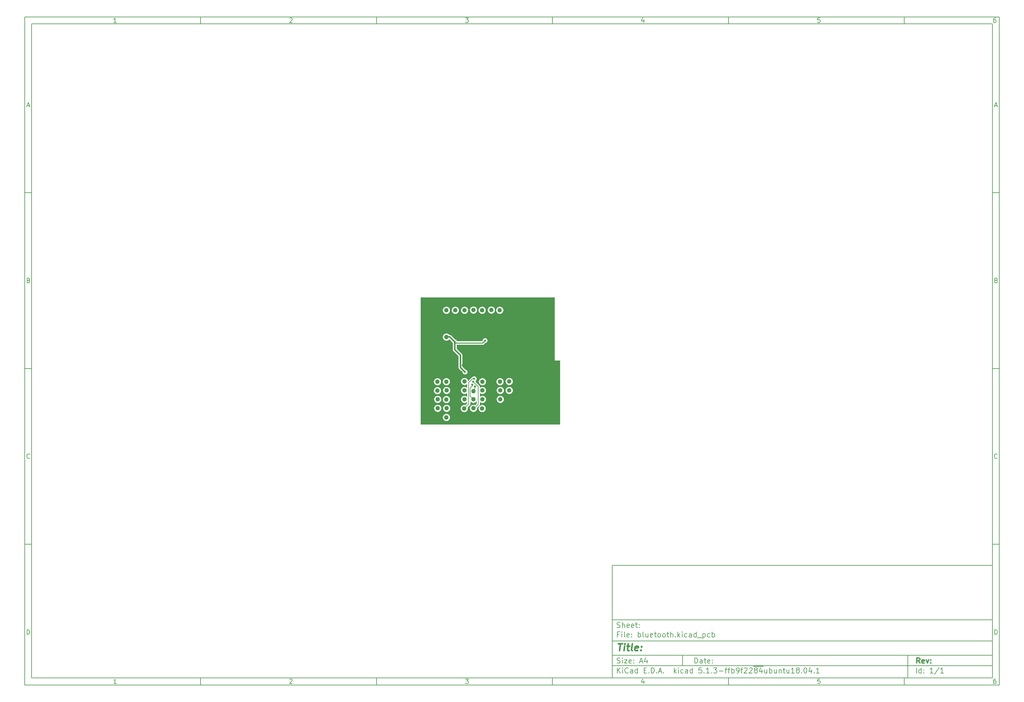
<source format=gbr>
%TF.GenerationSoftware,KiCad,Pcbnew,5.1.3-ffb9f22~84~ubuntu18.04.1*%
%TF.CreationDate,2019-07-25T20:39:45+03:00*%
%TF.ProjectId,bluetooth,626c7565-746f-46f7-9468-2e6b69636164,rev?*%
%TF.SameCoordinates,Original*%
%TF.FileFunction,Copper,L2,Bot*%
%TF.FilePolarity,Positive*%
%FSLAX45Y45*%
G04 Gerber Fmt 4.5, Leading zero omitted, Abs format (unit mm)*
G04 Created by KiCad (PCBNEW 5.1.3-ffb9f22~84~ubuntu18.04.1) date 2019-07-25 20:39:45*
%MOMM*%
%LPD*%
G04 APERTURE LIST*
%ADD10C,0.100000*%
%ADD11C,0.150000*%
%ADD12C,0.300000*%
%ADD13C,0.400000*%
%TA.AperFunction,ComponentPad*%
%ADD14C,1.300000*%
%TD*%
%TA.AperFunction,ViaPad*%
%ADD15C,0.609600*%
%TD*%
%TA.AperFunction,ViaPad*%
%ADD16C,0.400000*%
%TD*%
%TA.AperFunction,ViaPad*%
%ADD17C,0.500000*%
%TD*%
%TA.AperFunction,ViaPad*%
%ADD18C,0.660000*%
%TD*%
%TA.AperFunction,Conductor*%
%ADD19C,0.152400*%
%TD*%
%TA.AperFunction,Conductor*%
%ADD20C,0.254000*%
%TD*%
%TA.AperFunction,Conductor*%
%ADD21C,0.381000*%
%TD*%
%TA.AperFunction,Conductor*%
%ADD22C,0.025400*%
%TD*%
G04 APERTURE END LIST*
D10*
D11*
X17700220Y-16600720D02*
X17700220Y-19800720D01*
X28500220Y-19800720D01*
X28500220Y-16600720D01*
X17700220Y-16600720D01*
D10*
D11*
X1000000Y-1000000D02*
X1000000Y-20000720D01*
X28700220Y-20000720D01*
X28700220Y-1000000D01*
X1000000Y-1000000D01*
D10*
D11*
X1200000Y-1200000D02*
X1200000Y-19800720D01*
X28500220Y-19800720D01*
X28500220Y-1200000D01*
X1200000Y-1200000D01*
D10*
D11*
X6000000Y-1200000D02*
X6000000Y-1000000D01*
D10*
D11*
X11000000Y-1200000D02*
X11000000Y-1000000D01*
D10*
D11*
X16000000Y-1200000D02*
X16000000Y-1000000D01*
D10*
D11*
X21000000Y-1200000D02*
X21000000Y-1000000D01*
D10*
D11*
X26000000Y-1200000D02*
X26000000Y-1000000D01*
D10*
D11*
X3606548Y-1158810D02*
X3532262Y-1158810D01*
X3569405Y-1158810D02*
X3569405Y-1028809D01*
X3557024Y-1047381D01*
X3544643Y-1059762D01*
X3532262Y-1065952D01*
D10*
D11*
X8532262Y-1041190D02*
X8538452Y-1035000D01*
X8550833Y-1028809D01*
X8581786Y-1028809D01*
X8594167Y-1035000D01*
X8600357Y-1041190D01*
X8606548Y-1053571D01*
X8606548Y-1065952D01*
X8600357Y-1084524D01*
X8526071Y-1158810D01*
X8606548Y-1158810D01*
D10*
D11*
X13526071Y-1028809D02*
X13606548Y-1028809D01*
X13563214Y-1078333D01*
X13581786Y-1078333D01*
X13594167Y-1084524D01*
X13600357Y-1090714D01*
X13606548Y-1103095D01*
X13606548Y-1134048D01*
X13600357Y-1146429D01*
X13594167Y-1152619D01*
X13581786Y-1158810D01*
X13544643Y-1158810D01*
X13532262Y-1152619D01*
X13526071Y-1146429D01*
D10*
D11*
X18594167Y-1072143D02*
X18594167Y-1158810D01*
X18563214Y-1022619D02*
X18532262Y-1115476D01*
X18612738Y-1115476D01*
D10*
D11*
X23600357Y-1028809D02*
X23538452Y-1028809D01*
X23532262Y-1090714D01*
X23538452Y-1084524D01*
X23550833Y-1078333D01*
X23581786Y-1078333D01*
X23594167Y-1084524D01*
X23600357Y-1090714D01*
X23606548Y-1103095D01*
X23606548Y-1134048D01*
X23600357Y-1146429D01*
X23594167Y-1152619D01*
X23581786Y-1158810D01*
X23550833Y-1158810D01*
X23538452Y-1152619D01*
X23532262Y-1146429D01*
D10*
D11*
X28594167Y-1028809D02*
X28569405Y-1028809D01*
X28557024Y-1035000D01*
X28550833Y-1041190D01*
X28538452Y-1059762D01*
X28532262Y-1084524D01*
X28532262Y-1134048D01*
X28538452Y-1146429D01*
X28544643Y-1152619D01*
X28557024Y-1158810D01*
X28581786Y-1158810D01*
X28594167Y-1152619D01*
X28600357Y-1146429D01*
X28606548Y-1134048D01*
X28606548Y-1103095D01*
X28600357Y-1090714D01*
X28594167Y-1084524D01*
X28581786Y-1078333D01*
X28557024Y-1078333D01*
X28544643Y-1084524D01*
X28538452Y-1090714D01*
X28532262Y-1103095D01*
D10*
D11*
X6000000Y-19800720D02*
X6000000Y-20000720D01*
D10*
D11*
X11000000Y-19800720D02*
X11000000Y-20000720D01*
D10*
D11*
X16000000Y-19800720D02*
X16000000Y-20000720D01*
D10*
D11*
X21000000Y-19800720D02*
X21000000Y-20000720D01*
D10*
D11*
X26000000Y-19800720D02*
X26000000Y-20000720D01*
D10*
D11*
X3606548Y-19959530D02*
X3532262Y-19959530D01*
X3569405Y-19959530D02*
X3569405Y-19829530D01*
X3557024Y-19848101D01*
X3544643Y-19860482D01*
X3532262Y-19866672D01*
D10*
D11*
X8532262Y-19841910D02*
X8538452Y-19835720D01*
X8550833Y-19829530D01*
X8581786Y-19829530D01*
X8594167Y-19835720D01*
X8600357Y-19841910D01*
X8606548Y-19854291D01*
X8606548Y-19866672D01*
X8600357Y-19885244D01*
X8526071Y-19959530D01*
X8606548Y-19959530D01*
D10*
D11*
X13526071Y-19829530D02*
X13606548Y-19829530D01*
X13563214Y-19879053D01*
X13581786Y-19879053D01*
X13594167Y-19885244D01*
X13600357Y-19891434D01*
X13606548Y-19903815D01*
X13606548Y-19934768D01*
X13600357Y-19947149D01*
X13594167Y-19953339D01*
X13581786Y-19959530D01*
X13544643Y-19959530D01*
X13532262Y-19953339D01*
X13526071Y-19947149D01*
D10*
D11*
X18594167Y-19872863D02*
X18594167Y-19959530D01*
X18563214Y-19823339D02*
X18532262Y-19916196D01*
X18612738Y-19916196D01*
D10*
D11*
X23600357Y-19829530D02*
X23538452Y-19829530D01*
X23532262Y-19891434D01*
X23538452Y-19885244D01*
X23550833Y-19879053D01*
X23581786Y-19879053D01*
X23594167Y-19885244D01*
X23600357Y-19891434D01*
X23606548Y-19903815D01*
X23606548Y-19934768D01*
X23600357Y-19947149D01*
X23594167Y-19953339D01*
X23581786Y-19959530D01*
X23550833Y-19959530D01*
X23538452Y-19953339D01*
X23532262Y-19947149D01*
D10*
D11*
X28594167Y-19829530D02*
X28569405Y-19829530D01*
X28557024Y-19835720D01*
X28550833Y-19841910D01*
X28538452Y-19860482D01*
X28532262Y-19885244D01*
X28532262Y-19934768D01*
X28538452Y-19947149D01*
X28544643Y-19953339D01*
X28557024Y-19959530D01*
X28581786Y-19959530D01*
X28594167Y-19953339D01*
X28600357Y-19947149D01*
X28606548Y-19934768D01*
X28606548Y-19903815D01*
X28600357Y-19891434D01*
X28594167Y-19885244D01*
X28581786Y-19879053D01*
X28557024Y-19879053D01*
X28544643Y-19885244D01*
X28538452Y-19891434D01*
X28532262Y-19903815D01*
D10*
D11*
X1000000Y-6000000D02*
X1200000Y-6000000D01*
D10*
D11*
X1000000Y-11000000D02*
X1200000Y-11000000D01*
D10*
D11*
X1000000Y-16000000D02*
X1200000Y-16000000D01*
D10*
D11*
X1069048Y-3521667D02*
X1130952Y-3521667D01*
X1056667Y-3558809D02*
X1100000Y-3428809D01*
X1143333Y-3558809D01*
D10*
D11*
X1109286Y-8490714D02*
X1127857Y-8496905D01*
X1134048Y-8503095D01*
X1140238Y-8515476D01*
X1140238Y-8534048D01*
X1134048Y-8546429D01*
X1127857Y-8552619D01*
X1115476Y-8558810D01*
X1065952Y-8558810D01*
X1065952Y-8428810D01*
X1109286Y-8428810D01*
X1121667Y-8435000D01*
X1127857Y-8441190D01*
X1134048Y-8453571D01*
X1134048Y-8465952D01*
X1127857Y-8478333D01*
X1121667Y-8484524D01*
X1109286Y-8490714D01*
X1065952Y-8490714D01*
D10*
D11*
X1140238Y-13546428D02*
X1134048Y-13552619D01*
X1115476Y-13558809D01*
X1103095Y-13558809D01*
X1084524Y-13552619D01*
X1072143Y-13540238D01*
X1065952Y-13527857D01*
X1059762Y-13503095D01*
X1059762Y-13484524D01*
X1065952Y-13459762D01*
X1072143Y-13447381D01*
X1084524Y-13435000D01*
X1103095Y-13428809D01*
X1115476Y-13428809D01*
X1134048Y-13435000D01*
X1140238Y-13441190D01*
D10*
D11*
X1065952Y-18558810D02*
X1065952Y-18428810D01*
X1096905Y-18428810D01*
X1115476Y-18435000D01*
X1127857Y-18447381D01*
X1134048Y-18459762D01*
X1140238Y-18484524D01*
X1140238Y-18503095D01*
X1134048Y-18527857D01*
X1127857Y-18540238D01*
X1115476Y-18552619D01*
X1096905Y-18558810D01*
X1065952Y-18558810D01*
D10*
D11*
X28700220Y-6000000D02*
X28500220Y-6000000D01*
D10*
D11*
X28700220Y-11000000D02*
X28500220Y-11000000D01*
D10*
D11*
X28700220Y-16000000D02*
X28500220Y-16000000D01*
D10*
D11*
X28569268Y-3521667D02*
X28631172Y-3521667D01*
X28556887Y-3558809D02*
X28600220Y-3428809D01*
X28643553Y-3558809D01*
D10*
D11*
X28609506Y-8490714D02*
X28628077Y-8496905D01*
X28634268Y-8503095D01*
X28640458Y-8515476D01*
X28640458Y-8534048D01*
X28634268Y-8546429D01*
X28628077Y-8552619D01*
X28615696Y-8558810D01*
X28566172Y-8558810D01*
X28566172Y-8428810D01*
X28609506Y-8428810D01*
X28621887Y-8435000D01*
X28628077Y-8441190D01*
X28634268Y-8453571D01*
X28634268Y-8465952D01*
X28628077Y-8478333D01*
X28621887Y-8484524D01*
X28609506Y-8490714D01*
X28566172Y-8490714D01*
D10*
D11*
X28640458Y-13546428D02*
X28634268Y-13552619D01*
X28615696Y-13558809D01*
X28603315Y-13558809D01*
X28584744Y-13552619D01*
X28572363Y-13540238D01*
X28566172Y-13527857D01*
X28559982Y-13503095D01*
X28559982Y-13484524D01*
X28566172Y-13459762D01*
X28572363Y-13447381D01*
X28584744Y-13435000D01*
X28603315Y-13428809D01*
X28615696Y-13428809D01*
X28634268Y-13435000D01*
X28640458Y-13441190D01*
D10*
D11*
X28566172Y-18558810D02*
X28566172Y-18428810D01*
X28597125Y-18428810D01*
X28615696Y-18435000D01*
X28628077Y-18447381D01*
X28634268Y-18459762D01*
X28640458Y-18484524D01*
X28640458Y-18503095D01*
X28634268Y-18527857D01*
X28628077Y-18540238D01*
X28615696Y-18552619D01*
X28597125Y-18558810D01*
X28566172Y-18558810D01*
D10*
D11*
X20043434Y-19378577D02*
X20043434Y-19228577D01*
X20079149Y-19228577D01*
X20100577Y-19235720D01*
X20114863Y-19250006D01*
X20122006Y-19264291D01*
X20129149Y-19292863D01*
X20129149Y-19314291D01*
X20122006Y-19342863D01*
X20114863Y-19357149D01*
X20100577Y-19371434D01*
X20079149Y-19378577D01*
X20043434Y-19378577D01*
X20257720Y-19378577D02*
X20257720Y-19300006D01*
X20250577Y-19285720D01*
X20236291Y-19278577D01*
X20207720Y-19278577D01*
X20193434Y-19285720D01*
X20257720Y-19371434D02*
X20243434Y-19378577D01*
X20207720Y-19378577D01*
X20193434Y-19371434D01*
X20186291Y-19357149D01*
X20186291Y-19342863D01*
X20193434Y-19328577D01*
X20207720Y-19321434D01*
X20243434Y-19321434D01*
X20257720Y-19314291D01*
X20307720Y-19278577D02*
X20364863Y-19278577D01*
X20329149Y-19228577D02*
X20329149Y-19357149D01*
X20336291Y-19371434D01*
X20350577Y-19378577D01*
X20364863Y-19378577D01*
X20472006Y-19371434D02*
X20457720Y-19378577D01*
X20429149Y-19378577D01*
X20414863Y-19371434D01*
X20407720Y-19357149D01*
X20407720Y-19300006D01*
X20414863Y-19285720D01*
X20429149Y-19278577D01*
X20457720Y-19278577D01*
X20472006Y-19285720D01*
X20479149Y-19300006D01*
X20479149Y-19314291D01*
X20407720Y-19328577D01*
X20543434Y-19364291D02*
X20550577Y-19371434D01*
X20543434Y-19378577D01*
X20536291Y-19371434D01*
X20543434Y-19364291D01*
X20543434Y-19378577D01*
X20543434Y-19285720D02*
X20550577Y-19292863D01*
X20543434Y-19300006D01*
X20536291Y-19292863D01*
X20543434Y-19285720D01*
X20543434Y-19300006D01*
D10*
D11*
X17700220Y-19450720D02*
X28500220Y-19450720D01*
D10*
D11*
X17843434Y-19658577D02*
X17843434Y-19508577D01*
X17929149Y-19658577D02*
X17864863Y-19572863D01*
X17929149Y-19508577D02*
X17843434Y-19594291D01*
X17993434Y-19658577D02*
X17993434Y-19558577D01*
X17993434Y-19508577D02*
X17986291Y-19515720D01*
X17993434Y-19522863D01*
X18000577Y-19515720D01*
X17993434Y-19508577D01*
X17993434Y-19522863D01*
X18150577Y-19644291D02*
X18143434Y-19651434D01*
X18122006Y-19658577D01*
X18107720Y-19658577D01*
X18086291Y-19651434D01*
X18072006Y-19637149D01*
X18064863Y-19622863D01*
X18057720Y-19594291D01*
X18057720Y-19572863D01*
X18064863Y-19544291D01*
X18072006Y-19530006D01*
X18086291Y-19515720D01*
X18107720Y-19508577D01*
X18122006Y-19508577D01*
X18143434Y-19515720D01*
X18150577Y-19522863D01*
X18279149Y-19658577D02*
X18279149Y-19580006D01*
X18272006Y-19565720D01*
X18257720Y-19558577D01*
X18229149Y-19558577D01*
X18214863Y-19565720D01*
X18279149Y-19651434D02*
X18264863Y-19658577D01*
X18229149Y-19658577D01*
X18214863Y-19651434D01*
X18207720Y-19637149D01*
X18207720Y-19622863D01*
X18214863Y-19608577D01*
X18229149Y-19601434D01*
X18264863Y-19601434D01*
X18279149Y-19594291D01*
X18414863Y-19658577D02*
X18414863Y-19508577D01*
X18414863Y-19651434D02*
X18400577Y-19658577D01*
X18372006Y-19658577D01*
X18357720Y-19651434D01*
X18350577Y-19644291D01*
X18343434Y-19630006D01*
X18343434Y-19587149D01*
X18350577Y-19572863D01*
X18357720Y-19565720D01*
X18372006Y-19558577D01*
X18400577Y-19558577D01*
X18414863Y-19565720D01*
X18600577Y-19580006D02*
X18650577Y-19580006D01*
X18672006Y-19658577D02*
X18600577Y-19658577D01*
X18600577Y-19508577D01*
X18672006Y-19508577D01*
X18736291Y-19644291D02*
X18743434Y-19651434D01*
X18736291Y-19658577D01*
X18729149Y-19651434D01*
X18736291Y-19644291D01*
X18736291Y-19658577D01*
X18807720Y-19658577D02*
X18807720Y-19508577D01*
X18843434Y-19508577D01*
X18864863Y-19515720D01*
X18879149Y-19530006D01*
X18886291Y-19544291D01*
X18893434Y-19572863D01*
X18893434Y-19594291D01*
X18886291Y-19622863D01*
X18879149Y-19637149D01*
X18864863Y-19651434D01*
X18843434Y-19658577D01*
X18807720Y-19658577D01*
X18957720Y-19644291D02*
X18964863Y-19651434D01*
X18957720Y-19658577D01*
X18950577Y-19651434D01*
X18957720Y-19644291D01*
X18957720Y-19658577D01*
X19022006Y-19615720D02*
X19093434Y-19615720D01*
X19007720Y-19658577D02*
X19057720Y-19508577D01*
X19107720Y-19658577D01*
X19157720Y-19644291D02*
X19164863Y-19651434D01*
X19157720Y-19658577D01*
X19150577Y-19651434D01*
X19157720Y-19644291D01*
X19157720Y-19658577D01*
X19457720Y-19658577D02*
X19457720Y-19508577D01*
X19472006Y-19601434D02*
X19514863Y-19658577D01*
X19514863Y-19558577D02*
X19457720Y-19615720D01*
X19579149Y-19658577D02*
X19579149Y-19558577D01*
X19579149Y-19508577D02*
X19572006Y-19515720D01*
X19579149Y-19522863D01*
X19586291Y-19515720D01*
X19579149Y-19508577D01*
X19579149Y-19522863D01*
X19714863Y-19651434D02*
X19700577Y-19658577D01*
X19672006Y-19658577D01*
X19657720Y-19651434D01*
X19650577Y-19644291D01*
X19643434Y-19630006D01*
X19643434Y-19587149D01*
X19650577Y-19572863D01*
X19657720Y-19565720D01*
X19672006Y-19558577D01*
X19700577Y-19558577D01*
X19714863Y-19565720D01*
X19843434Y-19658577D02*
X19843434Y-19580006D01*
X19836291Y-19565720D01*
X19822006Y-19558577D01*
X19793434Y-19558577D01*
X19779149Y-19565720D01*
X19843434Y-19651434D02*
X19829149Y-19658577D01*
X19793434Y-19658577D01*
X19779149Y-19651434D01*
X19772006Y-19637149D01*
X19772006Y-19622863D01*
X19779149Y-19608577D01*
X19793434Y-19601434D01*
X19829149Y-19601434D01*
X19843434Y-19594291D01*
X19979149Y-19658577D02*
X19979149Y-19508577D01*
X19979149Y-19651434D02*
X19964863Y-19658577D01*
X19936291Y-19658577D01*
X19922006Y-19651434D01*
X19914863Y-19644291D01*
X19907720Y-19630006D01*
X19907720Y-19587149D01*
X19914863Y-19572863D01*
X19922006Y-19565720D01*
X19936291Y-19558577D01*
X19964863Y-19558577D01*
X19979149Y-19565720D01*
X20236291Y-19508577D02*
X20164863Y-19508577D01*
X20157720Y-19580006D01*
X20164863Y-19572863D01*
X20179149Y-19565720D01*
X20214863Y-19565720D01*
X20229149Y-19572863D01*
X20236291Y-19580006D01*
X20243434Y-19594291D01*
X20243434Y-19630006D01*
X20236291Y-19644291D01*
X20229149Y-19651434D01*
X20214863Y-19658577D01*
X20179149Y-19658577D01*
X20164863Y-19651434D01*
X20157720Y-19644291D01*
X20307720Y-19644291D02*
X20314863Y-19651434D01*
X20307720Y-19658577D01*
X20300577Y-19651434D01*
X20307720Y-19644291D01*
X20307720Y-19658577D01*
X20457720Y-19658577D02*
X20372006Y-19658577D01*
X20414863Y-19658577D02*
X20414863Y-19508577D01*
X20400577Y-19530006D01*
X20386291Y-19544291D01*
X20372006Y-19551434D01*
X20522006Y-19644291D02*
X20529149Y-19651434D01*
X20522006Y-19658577D01*
X20514863Y-19651434D01*
X20522006Y-19644291D01*
X20522006Y-19658577D01*
X20579149Y-19508577D02*
X20672006Y-19508577D01*
X20622006Y-19565720D01*
X20643434Y-19565720D01*
X20657720Y-19572863D01*
X20664863Y-19580006D01*
X20672006Y-19594291D01*
X20672006Y-19630006D01*
X20664863Y-19644291D01*
X20657720Y-19651434D01*
X20643434Y-19658577D01*
X20600577Y-19658577D01*
X20586291Y-19651434D01*
X20579149Y-19644291D01*
X20736291Y-19601434D02*
X20850577Y-19601434D01*
X20900577Y-19558577D02*
X20957720Y-19558577D01*
X20922006Y-19658577D02*
X20922006Y-19530006D01*
X20929149Y-19515720D01*
X20943434Y-19508577D01*
X20957720Y-19508577D01*
X20986291Y-19558577D02*
X21043434Y-19558577D01*
X21007720Y-19658577D02*
X21007720Y-19530006D01*
X21014863Y-19515720D01*
X21029149Y-19508577D01*
X21043434Y-19508577D01*
X21093434Y-19658577D02*
X21093434Y-19508577D01*
X21093434Y-19565720D02*
X21107720Y-19558577D01*
X21136291Y-19558577D01*
X21150577Y-19565720D01*
X21157720Y-19572863D01*
X21164863Y-19587149D01*
X21164863Y-19630006D01*
X21157720Y-19644291D01*
X21150577Y-19651434D01*
X21136291Y-19658577D01*
X21107720Y-19658577D01*
X21093434Y-19651434D01*
X21236291Y-19658577D02*
X21264863Y-19658577D01*
X21279149Y-19651434D01*
X21286291Y-19644291D01*
X21300577Y-19622863D01*
X21307720Y-19594291D01*
X21307720Y-19537149D01*
X21300577Y-19522863D01*
X21293434Y-19515720D01*
X21279149Y-19508577D01*
X21250577Y-19508577D01*
X21236291Y-19515720D01*
X21229149Y-19522863D01*
X21222006Y-19537149D01*
X21222006Y-19572863D01*
X21229149Y-19587149D01*
X21236291Y-19594291D01*
X21250577Y-19601434D01*
X21279149Y-19601434D01*
X21293434Y-19594291D01*
X21300577Y-19587149D01*
X21307720Y-19572863D01*
X21350577Y-19558577D02*
X21407720Y-19558577D01*
X21372006Y-19658577D02*
X21372006Y-19530006D01*
X21379149Y-19515720D01*
X21393434Y-19508577D01*
X21407720Y-19508577D01*
X21450577Y-19522863D02*
X21457720Y-19515720D01*
X21472006Y-19508577D01*
X21507720Y-19508577D01*
X21522006Y-19515720D01*
X21529149Y-19522863D01*
X21536291Y-19537149D01*
X21536291Y-19551434D01*
X21529149Y-19572863D01*
X21443434Y-19658577D01*
X21536291Y-19658577D01*
X21593434Y-19522863D02*
X21600577Y-19515720D01*
X21614863Y-19508577D01*
X21650577Y-19508577D01*
X21664863Y-19515720D01*
X21672006Y-19522863D01*
X21679149Y-19537149D01*
X21679149Y-19551434D01*
X21672006Y-19572863D01*
X21586291Y-19658577D01*
X21679149Y-19658577D01*
X21707720Y-19467720D02*
X21850577Y-19467720D01*
X21764863Y-19572863D02*
X21750577Y-19565720D01*
X21743434Y-19558577D01*
X21736291Y-19544291D01*
X21736291Y-19537149D01*
X21743434Y-19522863D01*
X21750577Y-19515720D01*
X21764863Y-19508577D01*
X21793434Y-19508577D01*
X21807720Y-19515720D01*
X21814863Y-19522863D01*
X21822006Y-19537149D01*
X21822006Y-19544291D01*
X21814863Y-19558577D01*
X21807720Y-19565720D01*
X21793434Y-19572863D01*
X21764863Y-19572863D01*
X21750577Y-19580006D01*
X21743434Y-19587149D01*
X21736291Y-19601434D01*
X21736291Y-19630006D01*
X21743434Y-19644291D01*
X21750577Y-19651434D01*
X21764863Y-19658577D01*
X21793434Y-19658577D01*
X21807720Y-19651434D01*
X21814863Y-19644291D01*
X21822006Y-19630006D01*
X21822006Y-19601434D01*
X21814863Y-19587149D01*
X21807720Y-19580006D01*
X21793434Y-19572863D01*
X21850577Y-19467720D02*
X21993434Y-19467720D01*
X21950577Y-19558577D02*
X21950577Y-19658577D01*
X21914863Y-19501434D02*
X21879149Y-19608577D01*
X21972006Y-19608577D01*
X22093434Y-19558577D02*
X22093434Y-19658577D01*
X22029149Y-19558577D02*
X22029149Y-19637149D01*
X22036291Y-19651434D01*
X22050577Y-19658577D01*
X22072006Y-19658577D01*
X22086291Y-19651434D01*
X22093434Y-19644291D01*
X22164863Y-19658577D02*
X22164863Y-19508577D01*
X22164863Y-19565720D02*
X22179149Y-19558577D01*
X22207720Y-19558577D01*
X22222006Y-19565720D01*
X22229149Y-19572863D01*
X22236291Y-19587149D01*
X22236291Y-19630006D01*
X22229149Y-19644291D01*
X22222006Y-19651434D01*
X22207720Y-19658577D01*
X22179149Y-19658577D01*
X22164863Y-19651434D01*
X22364863Y-19558577D02*
X22364863Y-19658577D01*
X22300577Y-19558577D02*
X22300577Y-19637149D01*
X22307720Y-19651434D01*
X22322006Y-19658577D01*
X22343434Y-19658577D01*
X22357720Y-19651434D01*
X22364863Y-19644291D01*
X22436291Y-19558577D02*
X22436291Y-19658577D01*
X22436291Y-19572863D02*
X22443434Y-19565720D01*
X22457720Y-19558577D01*
X22479148Y-19558577D01*
X22493434Y-19565720D01*
X22500577Y-19580006D01*
X22500577Y-19658577D01*
X22550577Y-19558577D02*
X22607720Y-19558577D01*
X22572006Y-19508577D02*
X22572006Y-19637149D01*
X22579148Y-19651434D01*
X22593434Y-19658577D01*
X22607720Y-19658577D01*
X22722006Y-19558577D02*
X22722006Y-19658577D01*
X22657720Y-19558577D02*
X22657720Y-19637149D01*
X22664863Y-19651434D01*
X22679148Y-19658577D01*
X22700577Y-19658577D01*
X22714863Y-19651434D01*
X22722006Y-19644291D01*
X22872006Y-19658577D02*
X22786291Y-19658577D01*
X22829148Y-19658577D02*
X22829148Y-19508577D01*
X22814863Y-19530006D01*
X22800577Y-19544291D01*
X22786291Y-19551434D01*
X22957720Y-19572863D02*
X22943434Y-19565720D01*
X22936291Y-19558577D01*
X22929148Y-19544291D01*
X22929148Y-19537149D01*
X22936291Y-19522863D01*
X22943434Y-19515720D01*
X22957720Y-19508577D01*
X22986291Y-19508577D01*
X23000577Y-19515720D01*
X23007720Y-19522863D01*
X23014863Y-19537149D01*
X23014863Y-19544291D01*
X23007720Y-19558577D01*
X23000577Y-19565720D01*
X22986291Y-19572863D01*
X22957720Y-19572863D01*
X22943434Y-19580006D01*
X22936291Y-19587149D01*
X22929148Y-19601434D01*
X22929148Y-19630006D01*
X22936291Y-19644291D01*
X22943434Y-19651434D01*
X22957720Y-19658577D01*
X22986291Y-19658577D01*
X23000577Y-19651434D01*
X23007720Y-19644291D01*
X23014863Y-19630006D01*
X23014863Y-19601434D01*
X23007720Y-19587149D01*
X23000577Y-19580006D01*
X22986291Y-19572863D01*
X23079148Y-19644291D02*
X23086291Y-19651434D01*
X23079148Y-19658577D01*
X23072006Y-19651434D01*
X23079148Y-19644291D01*
X23079148Y-19658577D01*
X23179148Y-19508577D02*
X23193434Y-19508577D01*
X23207720Y-19515720D01*
X23214863Y-19522863D01*
X23222006Y-19537149D01*
X23229148Y-19565720D01*
X23229148Y-19601434D01*
X23222006Y-19630006D01*
X23214863Y-19644291D01*
X23207720Y-19651434D01*
X23193434Y-19658577D01*
X23179148Y-19658577D01*
X23164863Y-19651434D01*
X23157720Y-19644291D01*
X23150577Y-19630006D01*
X23143434Y-19601434D01*
X23143434Y-19565720D01*
X23150577Y-19537149D01*
X23157720Y-19522863D01*
X23164863Y-19515720D01*
X23179148Y-19508577D01*
X23357720Y-19558577D02*
X23357720Y-19658577D01*
X23322006Y-19501434D02*
X23286291Y-19608577D01*
X23379148Y-19608577D01*
X23436291Y-19644291D02*
X23443434Y-19651434D01*
X23436291Y-19658577D01*
X23429148Y-19651434D01*
X23436291Y-19644291D01*
X23436291Y-19658577D01*
X23586291Y-19658577D02*
X23500577Y-19658577D01*
X23543434Y-19658577D02*
X23543434Y-19508577D01*
X23529148Y-19530006D01*
X23514863Y-19544291D01*
X23500577Y-19551434D01*
D10*
D11*
X17700220Y-19150720D02*
X28500220Y-19150720D01*
D10*
D12*
X26441148Y-19378577D02*
X26391148Y-19307149D01*
X26355434Y-19378577D02*
X26355434Y-19228577D01*
X26412577Y-19228577D01*
X26426863Y-19235720D01*
X26434006Y-19242863D01*
X26441148Y-19257149D01*
X26441148Y-19278577D01*
X26434006Y-19292863D01*
X26426863Y-19300006D01*
X26412577Y-19307149D01*
X26355434Y-19307149D01*
X26562577Y-19371434D02*
X26548291Y-19378577D01*
X26519720Y-19378577D01*
X26505434Y-19371434D01*
X26498291Y-19357149D01*
X26498291Y-19300006D01*
X26505434Y-19285720D01*
X26519720Y-19278577D01*
X26548291Y-19278577D01*
X26562577Y-19285720D01*
X26569720Y-19300006D01*
X26569720Y-19314291D01*
X26498291Y-19328577D01*
X26619720Y-19278577D02*
X26655434Y-19378577D01*
X26691148Y-19278577D01*
X26748291Y-19364291D02*
X26755434Y-19371434D01*
X26748291Y-19378577D01*
X26741148Y-19371434D01*
X26748291Y-19364291D01*
X26748291Y-19378577D01*
X26748291Y-19285720D02*
X26755434Y-19292863D01*
X26748291Y-19300006D01*
X26741148Y-19292863D01*
X26748291Y-19285720D01*
X26748291Y-19300006D01*
D10*
D11*
X17836291Y-19371434D02*
X17857720Y-19378577D01*
X17893434Y-19378577D01*
X17907720Y-19371434D01*
X17914863Y-19364291D01*
X17922006Y-19350006D01*
X17922006Y-19335720D01*
X17914863Y-19321434D01*
X17907720Y-19314291D01*
X17893434Y-19307149D01*
X17864863Y-19300006D01*
X17850577Y-19292863D01*
X17843434Y-19285720D01*
X17836291Y-19271434D01*
X17836291Y-19257149D01*
X17843434Y-19242863D01*
X17850577Y-19235720D01*
X17864863Y-19228577D01*
X17900577Y-19228577D01*
X17922006Y-19235720D01*
X17986291Y-19378577D02*
X17986291Y-19278577D01*
X17986291Y-19228577D02*
X17979149Y-19235720D01*
X17986291Y-19242863D01*
X17993434Y-19235720D01*
X17986291Y-19228577D01*
X17986291Y-19242863D01*
X18043434Y-19278577D02*
X18122006Y-19278577D01*
X18043434Y-19378577D01*
X18122006Y-19378577D01*
X18236291Y-19371434D02*
X18222006Y-19378577D01*
X18193434Y-19378577D01*
X18179149Y-19371434D01*
X18172006Y-19357149D01*
X18172006Y-19300006D01*
X18179149Y-19285720D01*
X18193434Y-19278577D01*
X18222006Y-19278577D01*
X18236291Y-19285720D01*
X18243434Y-19300006D01*
X18243434Y-19314291D01*
X18172006Y-19328577D01*
X18307720Y-19364291D02*
X18314863Y-19371434D01*
X18307720Y-19378577D01*
X18300577Y-19371434D01*
X18307720Y-19364291D01*
X18307720Y-19378577D01*
X18307720Y-19285720D02*
X18314863Y-19292863D01*
X18307720Y-19300006D01*
X18300577Y-19292863D01*
X18307720Y-19285720D01*
X18307720Y-19300006D01*
X18486291Y-19335720D02*
X18557720Y-19335720D01*
X18472006Y-19378577D02*
X18522006Y-19228577D01*
X18572006Y-19378577D01*
X18686291Y-19278577D02*
X18686291Y-19378577D01*
X18650577Y-19221434D02*
X18614863Y-19328577D01*
X18707720Y-19328577D01*
D10*
D11*
X26343434Y-19658577D02*
X26343434Y-19508577D01*
X26479148Y-19658577D02*
X26479148Y-19508577D01*
X26479148Y-19651434D02*
X26464863Y-19658577D01*
X26436291Y-19658577D01*
X26422006Y-19651434D01*
X26414863Y-19644291D01*
X26407720Y-19630006D01*
X26407720Y-19587149D01*
X26414863Y-19572863D01*
X26422006Y-19565720D01*
X26436291Y-19558577D01*
X26464863Y-19558577D01*
X26479148Y-19565720D01*
X26550577Y-19644291D02*
X26557720Y-19651434D01*
X26550577Y-19658577D01*
X26543434Y-19651434D01*
X26550577Y-19644291D01*
X26550577Y-19658577D01*
X26550577Y-19565720D02*
X26557720Y-19572863D01*
X26550577Y-19580006D01*
X26543434Y-19572863D01*
X26550577Y-19565720D01*
X26550577Y-19580006D01*
X26814863Y-19658577D02*
X26729148Y-19658577D01*
X26772006Y-19658577D02*
X26772006Y-19508577D01*
X26757720Y-19530006D01*
X26743434Y-19544291D01*
X26729148Y-19551434D01*
X26986291Y-19501434D02*
X26857720Y-19694291D01*
X27114863Y-19658577D02*
X27029148Y-19658577D01*
X27072006Y-19658577D02*
X27072006Y-19508577D01*
X27057720Y-19530006D01*
X27043434Y-19544291D01*
X27029148Y-19551434D01*
D10*
D11*
X17700220Y-18750720D02*
X28500220Y-18750720D01*
D10*
D13*
X17871458Y-18821196D02*
X17985744Y-18821196D01*
X17903601Y-19021196D02*
X17928601Y-18821196D01*
X18027410Y-19021196D02*
X18044077Y-18887863D01*
X18052410Y-18821196D02*
X18041696Y-18830720D01*
X18050030Y-18840244D01*
X18060744Y-18830720D01*
X18052410Y-18821196D01*
X18050030Y-18840244D01*
X18110744Y-18887863D02*
X18186934Y-18887863D01*
X18147649Y-18821196D02*
X18126220Y-18992625D01*
X18133363Y-19011672D01*
X18151220Y-19021196D01*
X18170268Y-19021196D01*
X18265506Y-19021196D02*
X18247649Y-19011672D01*
X18240506Y-18992625D01*
X18261934Y-18821196D01*
X18419077Y-19011672D02*
X18398839Y-19021196D01*
X18360744Y-19021196D01*
X18342887Y-19011672D01*
X18335744Y-18992625D01*
X18345268Y-18916434D01*
X18357172Y-18897387D01*
X18377410Y-18887863D01*
X18415506Y-18887863D01*
X18433363Y-18897387D01*
X18440506Y-18916434D01*
X18438125Y-18935482D01*
X18340506Y-18954530D01*
X18515506Y-19002149D02*
X18523839Y-19011672D01*
X18513125Y-19021196D01*
X18504791Y-19011672D01*
X18515506Y-19002149D01*
X18513125Y-19021196D01*
X18528601Y-18897387D02*
X18536934Y-18906910D01*
X18526220Y-18916434D01*
X18517887Y-18906910D01*
X18528601Y-18897387D01*
X18526220Y-18916434D01*
D10*
D11*
X17893434Y-18560006D02*
X17843434Y-18560006D01*
X17843434Y-18638577D02*
X17843434Y-18488577D01*
X17914863Y-18488577D01*
X17972006Y-18638577D02*
X17972006Y-18538577D01*
X17972006Y-18488577D02*
X17964863Y-18495720D01*
X17972006Y-18502863D01*
X17979149Y-18495720D01*
X17972006Y-18488577D01*
X17972006Y-18502863D01*
X18064863Y-18638577D02*
X18050577Y-18631434D01*
X18043434Y-18617149D01*
X18043434Y-18488577D01*
X18179149Y-18631434D02*
X18164863Y-18638577D01*
X18136291Y-18638577D01*
X18122006Y-18631434D01*
X18114863Y-18617149D01*
X18114863Y-18560006D01*
X18122006Y-18545720D01*
X18136291Y-18538577D01*
X18164863Y-18538577D01*
X18179149Y-18545720D01*
X18186291Y-18560006D01*
X18186291Y-18574291D01*
X18114863Y-18588577D01*
X18250577Y-18624291D02*
X18257720Y-18631434D01*
X18250577Y-18638577D01*
X18243434Y-18631434D01*
X18250577Y-18624291D01*
X18250577Y-18638577D01*
X18250577Y-18545720D02*
X18257720Y-18552863D01*
X18250577Y-18560006D01*
X18243434Y-18552863D01*
X18250577Y-18545720D01*
X18250577Y-18560006D01*
X18436291Y-18638577D02*
X18436291Y-18488577D01*
X18436291Y-18545720D02*
X18450577Y-18538577D01*
X18479149Y-18538577D01*
X18493434Y-18545720D01*
X18500577Y-18552863D01*
X18507720Y-18567149D01*
X18507720Y-18610006D01*
X18500577Y-18624291D01*
X18493434Y-18631434D01*
X18479149Y-18638577D01*
X18450577Y-18638577D01*
X18436291Y-18631434D01*
X18593434Y-18638577D02*
X18579149Y-18631434D01*
X18572006Y-18617149D01*
X18572006Y-18488577D01*
X18714863Y-18538577D02*
X18714863Y-18638577D01*
X18650577Y-18538577D02*
X18650577Y-18617149D01*
X18657720Y-18631434D01*
X18672006Y-18638577D01*
X18693434Y-18638577D01*
X18707720Y-18631434D01*
X18714863Y-18624291D01*
X18843434Y-18631434D02*
X18829149Y-18638577D01*
X18800577Y-18638577D01*
X18786291Y-18631434D01*
X18779149Y-18617149D01*
X18779149Y-18560006D01*
X18786291Y-18545720D01*
X18800577Y-18538577D01*
X18829149Y-18538577D01*
X18843434Y-18545720D01*
X18850577Y-18560006D01*
X18850577Y-18574291D01*
X18779149Y-18588577D01*
X18893434Y-18538577D02*
X18950577Y-18538577D01*
X18914863Y-18488577D02*
X18914863Y-18617149D01*
X18922006Y-18631434D01*
X18936291Y-18638577D01*
X18950577Y-18638577D01*
X19022006Y-18638577D02*
X19007720Y-18631434D01*
X19000577Y-18624291D01*
X18993434Y-18610006D01*
X18993434Y-18567149D01*
X19000577Y-18552863D01*
X19007720Y-18545720D01*
X19022006Y-18538577D01*
X19043434Y-18538577D01*
X19057720Y-18545720D01*
X19064863Y-18552863D01*
X19072006Y-18567149D01*
X19072006Y-18610006D01*
X19064863Y-18624291D01*
X19057720Y-18631434D01*
X19043434Y-18638577D01*
X19022006Y-18638577D01*
X19157720Y-18638577D02*
X19143434Y-18631434D01*
X19136291Y-18624291D01*
X19129149Y-18610006D01*
X19129149Y-18567149D01*
X19136291Y-18552863D01*
X19143434Y-18545720D01*
X19157720Y-18538577D01*
X19179149Y-18538577D01*
X19193434Y-18545720D01*
X19200577Y-18552863D01*
X19207720Y-18567149D01*
X19207720Y-18610006D01*
X19200577Y-18624291D01*
X19193434Y-18631434D01*
X19179149Y-18638577D01*
X19157720Y-18638577D01*
X19250577Y-18538577D02*
X19307720Y-18538577D01*
X19272006Y-18488577D02*
X19272006Y-18617149D01*
X19279149Y-18631434D01*
X19293434Y-18638577D01*
X19307720Y-18638577D01*
X19357720Y-18638577D02*
X19357720Y-18488577D01*
X19422006Y-18638577D02*
X19422006Y-18560006D01*
X19414863Y-18545720D01*
X19400577Y-18538577D01*
X19379149Y-18538577D01*
X19364863Y-18545720D01*
X19357720Y-18552863D01*
X19493434Y-18624291D02*
X19500577Y-18631434D01*
X19493434Y-18638577D01*
X19486291Y-18631434D01*
X19493434Y-18624291D01*
X19493434Y-18638577D01*
X19564863Y-18638577D02*
X19564863Y-18488577D01*
X19579149Y-18581434D02*
X19622006Y-18638577D01*
X19622006Y-18538577D02*
X19564863Y-18595720D01*
X19686291Y-18638577D02*
X19686291Y-18538577D01*
X19686291Y-18488577D02*
X19679149Y-18495720D01*
X19686291Y-18502863D01*
X19693434Y-18495720D01*
X19686291Y-18488577D01*
X19686291Y-18502863D01*
X19822006Y-18631434D02*
X19807720Y-18638577D01*
X19779149Y-18638577D01*
X19764863Y-18631434D01*
X19757720Y-18624291D01*
X19750577Y-18610006D01*
X19750577Y-18567149D01*
X19757720Y-18552863D01*
X19764863Y-18545720D01*
X19779149Y-18538577D01*
X19807720Y-18538577D01*
X19822006Y-18545720D01*
X19950577Y-18638577D02*
X19950577Y-18560006D01*
X19943434Y-18545720D01*
X19929149Y-18538577D01*
X19900577Y-18538577D01*
X19886291Y-18545720D01*
X19950577Y-18631434D02*
X19936291Y-18638577D01*
X19900577Y-18638577D01*
X19886291Y-18631434D01*
X19879149Y-18617149D01*
X19879149Y-18602863D01*
X19886291Y-18588577D01*
X19900577Y-18581434D01*
X19936291Y-18581434D01*
X19950577Y-18574291D01*
X20086291Y-18638577D02*
X20086291Y-18488577D01*
X20086291Y-18631434D02*
X20072006Y-18638577D01*
X20043434Y-18638577D01*
X20029149Y-18631434D01*
X20022006Y-18624291D01*
X20014863Y-18610006D01*
X20014863Y-18567149D01*
X20022006Y-18552863D01*
X20029149Y-18545720D01*
X20043434Y-18538577D01*
X20072006Y-18538577D01*
X20086291Y-18545720D01*
X20122006Y-18652863D02*
X20236291Y-18652863D01*
X20272006Y-18538577D02*
X20272006Y-18688577D01*
X20272006Y-18545720D02*
X20286291Y-18538577D01*
X20314863Y-18538577D01*
X20329149Y-18545720D01*
X20336291Y-18552863D01*
X20343434Y-18567149D01*
X20343434Y-18610006D01*
X20336291Y-18624291D01*
X20329149Y-18631434D01*
X20314863Y-18638577D01*
X20286291Y-18638577D01*
X20272006Y-18631434D01*
X20472006Y-18631434D02*
X20457720Y-18638577D01*
X20429149Y-18638577D01*
X20414863Y-18631434D01*
X20407720Y-18624291D01*
X20400577Y-18610006D01*
X20400577Y-18567149D01*
X20407720Y-18552863D01*
X20414863Y-18545720D01*
X20429149Y-18538577D01*
X20457720Y-18538577D01*
X20472006Y-18545720D01*
X20536291Y-18638577D02*
X20536291Y-18488577D01*
X20536291Y-18545720D02*
X20550577Y-18538577D01*
X20579149Y-18538577D01*
X20593434Y-18545720D01*
X20600577Y-18552863D01*
X20607720Y-18567149D01*
X20607720Y-18610006D01*
X20600577Y-18624291D01*
X20593434Y-18631434D01*
X20579149Y-18638577D01*
X20550577Y-18638577D01*
X20536291Y-18631434D01*
D10*
D11*
X17700220Y-18150720D02*
X28500220Y-18150720D01*
D10*
D11*
X17836291Y-18361434D02*
X17857720Y-18368577D01*
X17893434Y-18368577D01*
X17907720Y-18361434D01*
X17914863Y-18354291D01*
X17922006Y-18340006D01*
X17922006Y-18325720D01*
X17914863Y-18311434D01*
X17907720Y-18304291D01*
X17893434Y-18297149D01*
X17864863Y-18290006D01*
X17850577Y-18282863D01*
X17843434Y-18275720D01*
X17836291Y-18261434D01*
X17836291Y-18247149D01*
X17843434Y-18232863D01*
X17850577Y-18225720D01*
X17864863Y-18218577D01*
X17900577Y-18218577D01*
X17922006Y-18225720D01*
X17986291Y-18368577D02*
X17986291Y-18218577D01*
X18050577Y-18368577D02*
X18050577Y-18290006D01*
X18043434Y-18275720D01*
X18029149Y-18268577D01*
X18007720Y-18268577D01*
X17993434Y-18275720D01*
X17986291Y-18282863D01*
X18179149Y-18361434D02*
X18164863Y-18368577D01*
X18136291Y-18368577D01*
X18122006Y-18361434D01*
X18114863Y-18347149D01*
X18114863Y-18290006D01*
X18122006Y-18275720D01*
X18136291Y-18268577D01*
X18164863Y-18268577D01*
X18179149Y-18275720D01*
X18186291Y-18290006D01*
X18186291Y-18304291D01*
X18114863Y-18318577D01*
X18307720Y-18361434D02*
X18293434Y-18368577D01*
X18264863Y-18368577D01*
X18250577Y-18361434D01*
X18243434Y-18347149D01*
X18243434Y-18290006D01*
X18250577Y-18275720D01*
X18264863Y-18268577D01*
X18293434Y-18268577D01*
X18307720Y-18275720D01*
X18314863Y-18290006D01*
X18314863Y-18304291D01*
X18243434Y-18318577D01*
X18357720Y-18268577D02*
X18414863Y-18268577D01*
X18379149Y-18218577D02*
X18379149Y-18347149D01*
X18386291Y-18361434D01*
X18400577Y-18368577D01*
X18414863Y-18368577D01*
X18464863Y-18354291D02*
X18472006Y-18361434D01*
X18464863Y-18368577D01*
X18457720Y-18361434D01*
X18464863Y-18354291D01*
X18464863Y-18368577D01*
X18464863Y-18275720D02*
X18472006Y-18282863D01*
X18464863Y-18290006D01*
X18457720Y-18282863D01*
X18464863Y-18275720D01*
X18464863Y-18290006D01*
D10*
D11*
X19700220Y-19150720D02*
X19700220Y-19450720D01*
D10*
D11*
X26100220Y-19150720D02*
X26100220Y-19800720D01*
D14*
%TO.P,U102,1*%
%TO.N,Net-(U102-Pad1)*%
X14004000Y-11371000D03*
%TD*%
%TO.P,U26,GND*%
%TO.N,GND*%
X12728000Y-10101000D03*
%TD*%
%TO.P,U8,1*%
%TO.N,N/C*%
X12982000Y-10101000D03*
%TD*%
%TO.P,U33,1*%
%TO.N,N/C*%
X12982000Y-11371000D03*
%TD*%
%TO.P,U31,1*%
%TO.N,N/C*%
X13490000Y-12133000D03*
%TD*%
%TO.P,U25,1*%
%TO.N,N/C*%
X12734000Y-11874000D03*
%TD*%
%TO.P,U20,1*%
%TO.N,N/C*%
X13750000Y-11874000D03*
%TD*%
%TO.P,U19,1*%
%TO.N,N/C*%
X14506000Y-11371000D03*
%TD*%
%TO.P,U32,1*%
%TO.N,Net-(U32-Pad1)*%
X12728000Y-11625000D03*
%TD*%
%TO.P,U30,1*%
%TO.N,Net-(U30-Pad1)*%
X12982000Y-11879000D03*
%TD*%
%TO.P,U29,1*%
%TO.N,Net-(U29-Pad1)*%
X12728000Y-11371000D03*
%TD*%
%TO.P,U28,1*%
%TO.N,Net-(U28-Pad1)*%
X12734000Y-12128000D03*
%TD*%
%TO.P,U27,1*%
%TO.N,Net-(U27-Pad1)*%
X13750000Y-12128000D03*
%TD*%
%TO.P,U24,1*%
%TO.N,Net-(U24-Pad1)*%
X12982000Y-12387000D03*
%TD*%
%TO.P,U23,1*%
%TO.N,Net-(U23-Pad1)*%
X13998000Y-12133000D03*
%TD*%
%TO.P,U102,1*%
%TO.N,Net-(U102-Pad1)*%
X14004000Y-11620000D03*
%TD*%
%TO.P,U21,1*%
%TO.N,Net-(U21-Pad1)*%
X12988000Y-11620000D03*
%TD*%
%TO.P,U18,1*%
%TO.N,Net-(U18-Pad1)*%
X13753000Y-11643000D03*
%TD*%
%TO.P,U17,1*%
%TO.N,Net-(U17-Pad1)*%
X13496000Y-11874000D03*
%TD*%
%TO.P,U16,1*%
%TO.N,Net-(U16-Pad1)*%
X14512000Y-11620000D03*
%TD*%
%TO.P,U15,1*%
%TO.N,Net-(U15-Pad1)*%
X14766000Y-11366000D03*
%TD*%
%TO.P,U14,1*%
%TO.N,Net-(U14-Pad1)*%
X13496000Y-11366000D03*
%TD*%
%TO.P,U13,1*%
%TO.N,Net-(U13-Pad1)*%
X14004000Y-11874000D03*
%TD*%
%TO.P,U12,1*%
%TO.N,Net-(U12-Pad1)*%
X14766000Y-11620000D03*
%TD*%
%TO.P,U11,1*%
%TO.N,Net-(U11-Pad1)*%
X13496000Y-11620000D03*
%TD*%
%TO.P,U10,1*%
%TO.N,Net-(U10-Pad1)*%
X14512000Y-11874000D03*
%TD*%
%TO.P,U9,1*%
%TO.N,Net-(U9-Pad1)*%
X12988000Y-12128000D03*
%TD*%
%TO.P,U7,1*%
%TO.N,Net-(U7-Pad1)*%
X12982000Y-9339000D03*
%TD*%
%TO.P,U6,1*%
%TO.N,Net-(U6-Pad1)*%
X13750000Y-9334000D03*
%TD*%
%TO.P,U5,1*%
%TO.N,Net-(U5-Pad1)*%
X13236000Y-9339000D03*
%TD*%
%TO.P,U4,1*%
%TO.N,Net-(U4-Pad1)*%
X13998000Y-9339000D03*
%TD*%
%TO.P,U3,1*%
%TO.N,Net-(U3-Pad1)*%
X14258000Y-9334000D03*
%TD*%
%TO.P,U2,1*%
%TO.N,Net-(U2-Pad1)*%
X13498000Y-9339000D03*
%TD*%
%TO.P,U1,1*%
%TO.N,Net-(U1-Pad1)*%
X14498000Y-9339000D03*
%TD*%
D15*
%TO.N,*%
X13791544Y-11508597D03*
X13770954Y-11288602D03*
X13748134Y-11377630D03*
X13717231Y-11454150D03*
%TO.N,VDD_NRF*%
X14082317Y-10203500D03*
X13510834Y-11095058D03*
X13216593Y-10237138D03*
%TO.N,GND*%
X13457854Y-11215598D03*
D16*
X15982800Y-10927219D03*
X15982800Y-11232019D03*
X15678000Y-10470019D03*
X15601800Y-10470019D03*
X15982800Y-10393819D03*
X15982800Y-10317619D03*
X15982800Y-10241419D03*
X15982800Y-10165219D03*
X15982800Y-10012819D03*
X15982800Y-9936619D03*
D17*
X16185400Y-11391629D03*
D16*
X15982800Y-11384419D03*
X15982800Y-11460619D03*
X15982800Y-11536819D03*
X15982800Y-11613019D03*
X15982800Y-11689219D03*
X15982800Y-11003419D03*
X15982800Y-10089019D03*
X15982800Y-11155819D03*
X15982800Y-10851019D03*
X15982800Y-11765419D03*
X15906600Y-10851019D03*
X15830400Y-10851019D03*
X15754200Y-10851019D03*
X15678000Y-10851019D03*
X15601800Y-10851019D03*
X15982800Y-10470019D03*
X15906600Y-10470019D03*
X15830400Y-10470019D03*
X15754200Y-10470019D03*
X15982800Y-11308219D03*
X15982800Y-11079619D03*
X15906600Y-9022219D03*
X15678000Y-9022219D03*
X15449400Y-9022219D03*
X15906600Y-9403219D03*
X15906600Y-9784219D03*
X15982800Y-12527419D03*
X15601800Y-12527419D03*
X12325200Y-12527419D03*
X12325200Y-12146419D03*
X12782400Y-12527419D03*
X12325200Y-9022219D03*
X12782400Y-9022219D03*
X12325200Y-9479419D03*
X15982800Y-11841619D03*
X15982800Y-11917819D03*
X15982800Y-11994019D03*
X15982800Y-12070219D03*
D15*
X12949200Y-10978509D03*
X13697200Y-10070509D03*
X13533200Y-9684509D03*
X14043200Y-10075509D03*
X13683200Y-10158509D03*
X14597945Y-9710752D03*
X14081200Y-9737509D03*
X13398461Y-10196825D03*
X13028552Y-9792975D03*
X13328200Y-9678509D03*
X13678200Y-9719509D03*
X13019200Y-10645509D03*
X12958200Y-11056509D03*
X14598200Y-11094509D03*
X14295200Y-11085509D03*
X14598200Y-10763509D03*
X14452200Y-10783509D03*
X14598200Y-10521509D03*
X14698200Y-10205509D03*
X14353200Y-9959509D03*
X14597945Y-9863152D03*
X14242200Y-9955509D03*
X14147200Y-9964509D03*
X13695200Y-9822509D03*
X12850423Y-10200123D03*
X13268231Y-10116082D03*
X13134472Y-9671554D03*
X12652709Y-9943954D03*
X13416854Y-11097598D03*
X13449874Y-10904838D03*
X13014200Y-10374509D03*
X13170474Y-9870778D03*
X14520200Y-10277509D03*
D18*
X13569594Y-10424838D03*
X13689593Y-10424838D03*
X13809593Y-10424838D03*
X13929593Y-10424838D03*
X13569594Y-10544838D03*
X13689593Y-10544838D03*
X13809593Y-10544838D03*
X13929593Y-10544838D03*
X13569594Y-10664838D03*
X13689593Y-10664838D03*
X13809593Y-10664838D03*
X13929593Y-10664838D03*
X13569594Y-10784838D03*
X13689593Y-10784838D03*
X13809593Y-10784838D03*
X13929593Y-10784838D03*
D15*
X14469200Y-10359509D03*
X14452200Y-10515509D03*
X14296200Y-10814509D03*
X14304000Y-10534000D03*
%TD*%
D19*
%TO.N,*%
X13791544Y-11578888D02*
X13791544Y-11508597D01*
X13749594Y-11620838D02*
X13791544Y-11578888D01*
X13726927Y-11288602D02*
X13770954Y-11288602D01*
X13619523Y-11396006D02*
X13726927Y-11288602D01*
X13619523Y-12004909D02*
X13619523Y-11396006D01*
X13495594Y-12128838D02*
X13619523Y-12004909D01*
X13748134Y-11377630D02*
X13886608Y-11516104D01*
X13756922Y-12145695D02*
X13886608Y-12016009D01*
X13886608Y-12016009D02*
X13886608Y-11516104D01*
X13717231Y-11503413D02*
X13717231Y-11454150D01*
X13661733Y-11558911D02*
X13717231Y-11503413D01*
X13661733Y-11786978D02*
X13661733Y-11558911D01*
X13661733Y-11786978D02*
X13749594Y-11874838D01*
D20*
%TO.N,VDD_NRF*%
X13249012Y-10269558D02*
X14016259Y-10269558D01*
D21*
X13378882Y-10963107D02*
X13510834Y-11095058D01*
X13216593Y-10460929D02*
X13378882Y-10623218D01*
X13378882Y-10963107D02*
X13378882Y-10623218D01*
D20*
X14016259Y-10269558D02*
X14082317Y-10203500D01*
X13216593Y-10237138D02*
X13249012Y-10269558D01*
D21*
X13216593Y-10460929D02*
X13216593Y-10237138D01*
X13076292Y-10096838D02*
X13216593Y-10237138D01*
X12987594Y-10096838D02*
X13076292Y-10096838D01*
%TD*%
D22*
%TO.N,GND*%
G36*
X16058301Y-10198450D02*
G01*
X16058294Y-10198453D01*
X16058102Y-10198611D01*
X16057944Y-10198803D01*
X16057827Y-10199023D01*
X16057754Y-10199261D01*
X16057730Y-10199509D01*
X16057730Y-10774819D01*
X16057754Y-10775067D01*
X16057827Y-10775305D01*
X16057944Y-10775525D01*
X16058102Y-10775717D01*
X16058294Y-10775875D01*
X16058514Y-10775992D01*
X16058752Y-10776065D01*
X16059000Y-10776089D01*
X16207590Y-10776089D01*
X16207590Y-12333109D01*
X16207614Y-12333357D01*
X16207687Y-12333595D01*
X16207804Y-12333815D01*
X16207962Y-12334007D01*
X16208154Y-12334165D01*
X16208374Y-12334282D01*
X16208612Y-12334355D01*
X16208860Y-12334379D01*
X16210269Y-12334379D01*
X16210226Y-12587730D01*
X12250270Y-12587730D01*
X12250270Y-12376533D01*
X12875730Y-12376533D01*
X12875730Y-12397467D01*
X12879814Y-12417998D01*
X12887825Y-12437338D01*
X12899455Y-12454743D01*
X12914257Y-12469545D01*
X12931662Y-12481175D01*
X12951002Y-12489186D01*
X12971533Y-12493270D01*
X12992467Y-12493270D01*
X13012998Y-12489186D01*
X13032338Y-12481175D01*
X13049743Y-12469545D01*
X13064545Y-12454743D01*
X13076175Y-12437338D01*
X13084186Y-12417998D01*
X13088270Y-12397467D01*
X13088270Y-12376533D01*
X13084186Y-12356002D01*
X13076175Y-12336662D01*
X13064545Y-12319257D01*
X13049743Y-12304455D01*
X13032338Y-12292825D01*
X13012998Y-12284814D01*
X12992467Y-12280730D01*
X12971533Y-12280730D01*
X12951002Y-12284814D01*
X12931662Y-12292825D01*
X12914257Y-12304455D01*
X12899455Y-12319257D01*
X12887825Y-12336662D01*
X12879814Y-12356002D01*
X12875730Y-12376533D01*
X12250270Y-12376533D01*
X12250270Y-12117533D01*
X12627730Y-12117533D01*
X12627730Y-12138467D01*
X12631814Y-12158998D01*
X12639825Y-12178338D01*
X12651455Y-12195743D01*
X12666257Y-12210545D01*
X12683662Y-12222175D01*
X12703002Y-12230186D01*
X12723533Y-12234270D01*
X12744467Y-12234270D01*
X12764998Y-12230186D01*
X12784338Y-12222175D01*
X12801743Y-12210545D01*
X12816545Y-12195743D01*
X12828175Y-12178338D01*
X12836186Y-12158998D01*
X12840270Y-12138467D01*
X12840270Y-12117533D01*
X12881730Y-12117533D01*
X12881730Y-12138467D01*
X12885814Y-12158998D01*
X12893825Y-12178338D01*
X12905455Y-12195743D01*
X12920257Y-12210545D01*
X12937662Y-12222175D01*
X12957002Y-12230186D01*
X12977533Y-12234270D01*
X12998467Y-12234270D01*
X13018998Y-12230186D01*
X13038338Y-12222175D01*
X13055743Y-12210545D01*
X13070545Y-12195743D01*
X13082175Y-12178338D01*
X13090186Y-12158998D01*
X13094270Y-12138467D01*
X13094270Y-12122533D01*
X13383730Y-12122533D01*
X13383730Y-12143467D01*
X13387814Y-12163998D01*
X13395825Y-12183338D01*
X13407455Y-12200743D01*
X13422257Y-12215545D01*
X13439662Y-12227175D01*
X13459002Y-12235186D01*
X13479533Y-12239270D01*
X13500467Y-12239270D01*
X13520998Y-12235186D01*
X13540338Y-12227175D01*
X13557743Y-12215545D01*
X13572545Y-12200743D01*
X13584175Y-12183338D01*
X13592186Y-12163998D01*
X13596270Y-12143467D01*
X13596270Y-12122533D01*
X13592186Y-12102002D01*
X13592006Y-12101567D01*
X13652395Y-12041177D01*
X13654261Y-12039647D01*
X13660370Y-12032202D01*
X13664910Y-12023709D01*
X13666517Y-12018410D01*
X13667705Y-12014493D01*
X13668649Y-12004909D01*
X13668413Y-12002508D01*
X13668413Y-11942701D01*
X13682257Y-11956545D01*
X13699662Y-11968175D01*
X13719002Y-11976186D01*
X13739533Y-11980270D01*
X13760467Y-11980270D01*
X13780998Y-11976186D01*
X13800338Y-11968175D01*
X13817743Y-11956545D01*
X13832545Y-11941743D01*
X13837718Y-11934002D01*
X13837718Y-11995758D01*
X13799852Y-12033624D01*
X13780998Y-12025814D01*
X13760467Y-12021730D01*
X13739533Y-12021730D01*
X13719002Y-12025814D01*
X13699662Y-12033825D01*
X13682257Y-12045455D01*
X13667455Y-12060257D01*
X13655825Y-12077662D01*
X13647814Y-12097002D01*
X13643730Y-12117533D01*
X13643730Y-12138467D01*
X13647814Y-12158998D01*
X13655825Y-12178338D01*
X13667455Y-12195743D01*
X13682257Y-12210545D01*
X13699662Y-12222175D01*
X13719002Y-12230186D01*
X13739533Y-12234270D01*
X13760467Y-12234270D01*
X13780998Y-12230186D01*
X13800338Y-12222175D01*
X13817743Y-12210545D01*
X13832545Y-12195743D01*
X13844175Y-12178338D01*
X13852186Y-12158998D01*
X13856270Y-12138467D01*
X13856270Y-12122533D01*
X13891730Y-12122533D01*
X13891730Y-12143467D01*
X13895814Y-12163998D01*
X13903825Y-12183338D01*
X13915455Y-12200743D01*
X13930257Y-12215545D01*
X13947662Y-12227175D01*
X13967002Y-12235186D01*
X13987533Y-12239270D01*
X14008467Y-12239270D01*
X14028998Y-12235186D01*
X14048338Y-12227175D01*
X14065743Y-12215545D01*
X14080545Y-12200743D01*
X14092175Y-12183338D01*
X14100186Y-12163998D01*
X14104270Y-12143467D01*
X14104270Y-12122533D01*
X14100186Y-12102002D01*
X14092175Y-12082662D01*
X14080545Y-12065257D01*
X14065743Y-12050455D01*
X14048338Y-12038825D01*
X14028998Y-12030814D01*
X14008467Y-12026730D01*
X13987533Y-12026730D01*
X13967002Y-12030814D01*
X13947662Y-12038825D01*
X13930257Y-12050455D01*
X13915455Y-12065257D01*
X13903825Y-12082662D01*
X13895814Y-12102002D01*
X13891730Y-12122533D01*
X13856270Y-12122533D01*
X13856270Y-12117533D01*
X13855931Y-12115827D01*
X13919480Y-12052277D01*
X13921346Y-12050747D01*
X13927455Y-12043302D01*
X13931995Y-12034809D01*
X13933942Y-12028389D01*
X13934790Y-12025593D01*
X13935734Y-12016009D01*
X13935498Y-12013608D01*
X13935498Y-11955786D01*
X13936257Y-11956545D01*
X13953662Y-11968175D01*
X13973002Y-11976186D01*
X13993533Y-11980270D01*
X14014467Y-11980270D01*
X14034998Y-11976186D01*
X14054338Y-11968175D01*
X14071743Y-11956545D01*
X14086545Y-11941743D01*
X14098175Y-11924338D01*
X14106186Y-11904998D01*
X14110270Y-11884467D01*
X14110270Y-11863533D01*
X14405730Y-11863533D01*
X14405730Y-11884467D01*
X14409814Y-11904998D01*
X14417825Y-11924338D01*
X14429455Y-11941743D01*
X14444257Y-11956545D01*
X14461662Y-11968175D01*
X14481002Y-11976186D01*
X14501533Y-11980270D01*
X14522467Y-11980270D01*
X14542998Y-11976186D01*
X14562338Y-11968175D01*
X14579743Y-11956545D01*
X14594545Y-11941743D01*
X14606175Y-11924338D01*
X14614186Y-11904998D01*
X14618270Y-11884467D01*
X14618270Y-11863533D01*
X14614186Y-11843002D01*
X14606175Y-11823662D01*
X14594545Y-11806257D01*
X14579743Y-11791455D01*
X14562338Y-11779825D01*
X14542998Y-11771814D01*
X14522467Y-11767730D01*
X14501533Y-11767730D01*
X14481002Y-11771814D01*
X14461662Y-11779825D01*
X14444257Y-11791455D01*
X14429455Y-11806257D01*
X14417825Y-11823662D01*
X14409814Y-11843002D01*
X14405730Y-11863533D01*
X14110270Y-11863533D01*
X14106186Y-11843002D01*
X14098175Y-11823662D01*
X14086545Y-11806257D01*
X14071743Y-11791455D01*
X14054338Y-11779825D01*
X14034998Y-11771814D01*
X14014467Y-11767730D01*
X13993533Y-11767730D01*
X13973002Y-11771814D01*
X13953662Y-11779825D01*
X13936257Y-11791455D01*
X13935498Y-11792213D01*
X13935498Y-11701786D01*
X13936257Y-11702545D01*
X13953662Y-11714175D01*
X13973002Y-11722186D01*
X13993533Y-11726270D01*
X14014467Y-11726270D01*
X14034998Y-11722186D01*
X14054338Y-11714175D01*
X14071743Y-11702545D01*
X14086545Y-11687743D01*
X14098175Y-11670338D01*
X14106186Y-11650998D01*
X14110270Y-11630467D01*
X14110270Y-11609533D01*
X14405730Y-11609533D01*
X14405730Y-11630467D01*
X14409814Y-11650998D01*
X14417825Y-11670338D01*
X14429455Y-11687743D01*
X14444257Y-11702545D01*
X14461662Y-11714175D01*
X14481002Y-11722186D01*
X14501533Y-11726270D01*
X14522467Y-11726270D01*
X14542998Y-11722186D01*
X14562338Y-11714175D01*
X14579743Y-11702545D01*
X14594545Y-11687743D01*
X14606175Y-11670338D01*
X14614186Y-11650998D01*
X14618270Y-11630467D01*
X14618270Y-11609533D01*
X14659730Y-11609533D01*
X14659730Y-11630467D01*
X14663814Y-11650998D01*
X14671825Y-11670338D01*
X14683455Y-11687743D01*
X14698257Y-11702545D01*
X14715662Y-11714175D01*
X14735002Y-11722186D01*
X14755533Y-11726270D01*
X14776467Y-11726270D01*
X14796998Y-11722186D01*
X14816338Y-11714175D01*
X14833743Y-11702545D01*
X14848545Y-11687743D01*
X14860175Y-11670338D01*
X14868186Y-11650998D01*
X14872270Y-11630467D01*
X14872270Y-11609533D01*
X14868186Y-11589002D01*
X14860175Y-11569662D01*
X14848545Y-11552257D01*
X14833743Y-11537455D01*
X14816338Y-11525825D01*
X14796998Y-11517814D01*
X14776467Y-11513730D01*
X14755533Y-11513730D01*
X14735002Y-11517814D01*
X14715662Y-11525825D01*
X14698257Y-11537455D01*
X14683455Y-11552257D01*
X14671825Y-11569662D01*
X14663814Y-11589002D01*
X14659730Y-11609533D01*
X14618270Y-11609533D01*
X14614186Y-11589002D01*
X14606175Y-11569662D01*
X14594545Y-11552257D01*
X14579743Y-11537455D01*
X14562338Y-11525825D01*
X14542998Y-11517814D01*
X14522467Y-11513730D01*
X14501533Y-11513730D01*
X14481002Y-11517814D01*
X14461662Y-11525825D01*
X14444257Y-11537455D01*
X14429455Y-11552257D01*
X14417825Y-11569662D01*
X14409814Y-11589002D01*
X14405730Y-11609533D01*
X14110270Y-11609533D01*
X14106186Y-11589002D01*
X14098175Y-11569662D01*
X14086545Y-11552257D01*
X14071743Y-11537455D01*
X14054338Y-11525825D01*
X14034998Y-11517814D01*
X14014467Y-11513730D01*
X13993533Y-11513730D01*
X13973002Y-11517814D01*
X13953662Y-11525825D01*
X13936257Y-11537455D01*
X13935498Y-11538213D01*
X13935498Y-11518505D01*
X13935734Y-11516104D01*
X13934790Y-11506520D01*
X13932513Y-11499013D01*
X13931995Y-11497304D01*
X13927455Y-11488811D01*
X13921346Y-11481366D01*
X13919480Y-11479835D01*
X13819884Y-11380239D01*
X13819884Y-11370563D01*
X13817889Y-11360533D01*
X13897730Y-11360533D01*
X13897730Y-11381467D01*
X13901814Y-11401998D01*
X13909825Y-11421338D01*
X13921455Y-11438743D01*
X13936257Y-11453545D01*
X13953662Y-11465175D01*
X13973002Y-11473186D01*
X13993533Y-11477270D01*
X14014467Y-11477270D01*
X14034998Y-11473186D01*
X14054338Y-11465175D01*
X14071743Y-11453545D01*
X14086545Y-11438743D01*
X14098175Y-11421338D01*
X14106186Y-11401998D01*
X14110270Y-11381467D01*
X14110270Y-11360533D01*
X14399730Y-11360533D01*
X14399730Y-11381467D01*
X14403814Y-11401998D01*
X14411825Y-11421338D01*
X14423455Y-11438743D01*
X14438257Y-11453545D01*
X14455662Y-11465175D01*
X14475002Y-11473186D01*
X14495533Y-11477270D01*
X14516467Y-11477270D01*
X14536998Y-11473186D01*
X14556338Y-11465175D01*
X14573743Y-11453545D01*
X14588545Y-11438743D01*
X14600175Y-11421338D01*
X14608186Y-11401998D01*
X14612270Y-11381467D01*
X14612270Y-11360533D01*
X14611275Y-11355533D01*
X14659730Y-11355533D01*
X14659730Y-11376467D01*
X14663814Y-11396998D01*
X14671825Y-11416338D01*
X14683455Y-11433743D01*
X14698257Y-11448545D01*
X14715662Y-11460175D01*
X14735002Y-11468186D01*
X14755533Y-11472270D01*
X14776467Y-11472270D01*
X14796998Y-11468186D01*
X14816338Y-11460175D01*
X14833743Y-11448545D01*
X14848545Y-11433743D01*
X14860175Y-11416338D01*
X14868186Y-11396998D01*
X14872270Y-11376467D01*
X14872270Y-11355533D01*
X14868186Y-11335002D01*
X14860175Y-11315662D01*
X14848545Y-11298257D01*
X14833743Y-11283455D01*
X14816338Y-11271825D01*
X14796998Y-11263814D01*
X14776467Y-11259730D01*
X14755533Y-11259730D01*
X14735002Y-11263814D01*
X14715662Y-11271825D01*
X14698257Y-11283455D01*
X14683455Y-11298257D01*
X14671825Y-11315662D01*
X14663814Y-11335002D01*
X14659730Y-11355533D01*
X14611275Y-11355533D01*
X14608186Y-11340002D01*
X14600175Y-11320662D01*
X14588545Y-11303257D01*
X14573743Y-11288455D01*
X14556338Y-11276825D01*
X14536998Y-11268814D01*
X14516467Y-11264730D01*
X14495533Y-11264730D01*
X14475002Y-11268814D01*
X14455662Y-11276825D01*
X14438257Y-11288455D01*
X14423455Y-11303257D01*
X14411825Y-11320662D01*
X14403814Y-11340002D01*
X14399730Y-11360533D01*
X14110270Y-11360533D01*
X14106186Y-11340002D01*
X14098175Y-11320662D01*
X14086545Y-11303257D01*
X14071743Y-11288455D01*
X14054338Y-11276825D01*
X14034998Y-11268814D01*
X14014467Y-11264730D01*
X13993533Y-11264730D01*
X13973002Y-11268814D01*
X13953662Y-11276825D01*
X13936257Y-11288455D01*
X13921455Y-11303257D01*
X13909825Y-11320662D01*
X13901814Y-11340002D01*
X13897730Y-11360533D01*
X13817889Y-11360533D01*
X13817127Y-11356701D01*
X13813020Y-11346787D01*
X13816692Y-11344334D01*
X13826686Y-11334340D01*
X13834538Y-11322588D01*
X13839947Y-11309531D01*
X13842704Y-11295669D01*
X13842704Y-11281535D01*
X13839947Y-11267673D01*
X13834538Y-11254616D01*
X13826686Y-11242864D01*
X13816692Y-11232870D01*
X13804940Y-11225018D01*
X13791883Y-11219609D01*
X13778021Y-11216852D01*
X13763887Y-11216852D01*
X13750025Y-11219609D01*
X13736968Y-11225018D01*
X13725216Y-11232870D01*
X13717702Y-11240384D01*
X13717343Y-11240419D01*
X13714547Y-11241267D01*
X13708127Y-11243215D01*
X13699634Y-11247755D01*
X13692189Y-11253864D01*
X13690658Y-11255730D01*
X13600376Y-11346012D01*
X13598186Y-11335002D01*
X13590175Y-11315662D01*
X13578545Y-11298257D01*
X13563743Y-11283455D01*
X13546338Y-11271825D01*
X13526998Y-11263814D01*
X13506467Y-11259730D01*
X13485533Y-11259730D01*
X13465002Y-11263814D01*
X13445662Y-11271825D01*
X13428257Y-11283455D01*
X13413455Y-11298257D01*
X13401825Y-11315662D01*
X13393814Y-11335002D01*
X13389730Y-11355533D01*
X13389730Y-11376467D01*
X13393814Y-11396998D01*
X13401825Y-11416338D01*
X13413455Y-11433743D01*
X13428257Y-11448545D01*
X13445662Y-11460175D01*
X13465002Y-11468186D01*
X13485533Y-11472270D01*
X13506467Y-11472270D01*
X13526998Y-11468186D01*
X13546338Y-11460175D01*
X13563743Y-11448545D01*
X13570633Y-11441655D01*
X13570633Y-11544345D01*
X13563743Y-11537455D01*
X13546338Y-11525825D01*
X13526998Y-11517814D01*
X13506467Y-11513730D01*
X13485533Y-11513730D01*
X13465002Y-11517814D01*
X13445662Y-11525825D01*
X13428257Y-11537455D01*
X13413455Y-11552257D01*
X13401825Y-11569662D01*
X13393814Y-11589002D01*
X13389730Y-11609533D01*
X13389730Y-11630467D01*
X13393814Y-11650998D01*
X13401825Y-11670338D01*
X13413455Y-11687743D01*
X13428257Y-11702545D01*
X13445662Y-11714175D01*
X13465002Y-11722186D01*
X13485533Y-11726270D01*
X13506467Y-11726270D01*
X13526998Y-11722186D01*
X13546338Y-11714175D01*
X13563743Y-11702545D01*
X13570633Y-11695655D01*
X13570633Y-11798344D01*
X13563743Y-11791455D01*
X13546338Y-11779825D01*
X13526998Y-11771814D01*
X13506467Y-11767730D01*
X13485533Y-11767730D01*
X13465002Y-11771814D01*
X13445662Y-11779825D01*
X13428257Y-11791455D01*
X13413455Y-11806257D01*
X13401825Y-11823662D01*
X13393814Y-11843002D01*
X13389730Y-11863533D01*
X13389730Y-11884467D01*
X13393814Y-11904998D01*
X13401825Y-11924338D01*
X13413455Y-11941743D01*
X13428257Y-11956545D01*
X13445662Y-11968175D01*
X13465002Y-11976186D01*
X13485533Y-11980270D01*
X13506467Y-11980270D01*
X13526998Y-11976186D01*
X13546338Y-11968175D01*
X13563743Y-11956545D01*
X13570633Y-11949655D01*
X13570633Y-11984658D01*
X13523458Y-12031833D01*
X13520998Y-12030814D01*
X13500467Y-12026730D01*
X13479533Y-12026730D01*
X13459002Y-12030814D01*
X13439662Y-12038825D01*
X13422257Y-12050455D01*
X13407455Y-12065257D01*
X13395825Y-12082662D01*
X13387814Y-12102002D01*
X13383730Y-12122533D01*
X13094270Y-12122533D01*
X13094270Y-12117533D01*
X13090186Y-12097002D01*
X13082175Y-12077662D01*
X13070545Y-12060257D01*
X13055743Y-12045455D01*
X13038338Y-12033825D01*
X13018998Y-12025814D01*
X12998467Y-12021730D01*
X12977533Y-12021730D01*
X12957002Y-12025814D01*
X12937662Y-12033825D01*
X12920257Y-12045455D01*
X12905455Y-12060257D01*
X12893825Y-12077662D01*
X12885814Y-12097002D01*
X12881730Y-12117533D01*
X12840270Y-12117533D01*
X12836186Y-12097002D01*
X12828175Y-12077662D01*
X12816545Y-12060257D01*
X12801743Y-12045455D01*
X12784338Y-12033825D01*
X12764998Y-12025814D01*
X12744467Y-12021730D01*
X12723533Y-12021730D01*
X12703002Y-12025814D01*
X12683662Y-12033825D01*
X12666257Y-12045455D01*
X12651455Y-12060257D01*
X12639825Y-12077662D01*
X12631814Y-12097002D01*
X12627730Y-12117533D01*
X12250270Y-12117533D01*
X12250270Y-11863533D01*
X12627730Y-11863533D01*
X12627730Y-11884467D01*
X12631814Y-11904998D01*
X12639825Y-11924338D01*
X12651455Y-11941743D01*
X12666257Y-11956545D01*
X12683662Y-11968175D01*
X12703002Y-11976186D01*
X12723533Y-11980270D01*
X12744467Y-11980270D01*
X12764998Y-11976186D01*
X12784338Y-11968175D01*
X12801743Y-11956545D01*
X12816545Y-11941743D01*
X12828175Y-11924338D01*
X12836186Y-11904998D01*
X12840270Y-11884467D01*
X12840270Y-11868533D01*
X12875730Y-11868533D01*
X12875730Y-11889467D01*
X12879814Y-11909998D01*
X12887825Y-11929338D01*
X12899455Y-11946743D01*
X12914257Y-11961545D01*
X12931662Y-11973175D01*
X12951002Y-11981186D01*
X12971533Y-11985270D01*
X12992467Y-11985270D01*
X13012998Y-11981186D01*
X13032338Y-11973175D01*
X13049743Y-11961545D01*
X13064545Y-11946743D01*
X13076175Y-11929338D01*
X13084186Y-11909998D01*
X13088270Y-11889467D01*
X13088270Y-11868533D01*
X13084186Y-11848002D01*
X13076175Y-11828662D01*
X13064545Y-11811257D01*
X13049743Y-11796455D01*
X13032338Y-11784825D01*
X13012998Y-11776814D01*
X12992467Y-11772730D01*
X12971533Y-11772730D01*
X12951002Y-11776814D01*
X12931662Y-11784825D01*
X12914257Y-11796455D01*
X12899455Y-11811257D01*
X12887825Y-11828662D01*
X12879814Y-11848002D01*
X12875730Y-11868533D01*
X12840270Y-11868533D01*
X12840270Y-11863533D01*
X12836186Y-11843002D01*
X12828175Y-11823662D01*
X12816545Y-11806257D01*
X12801743Y-11791455D01*
X12784338Y-11779825D01*
X12764998Y-11771814D01*
X12744467Y-11767730D01*
X12723533Y-11767730D01*
X12703002Y-11771814D01*
X12683662Y-11779825D01*
X12666257Y-11791455D01*
X12651455Y-11806257D01*
X12639825Y-11823662D01*
X12631814Y-11843002D01*
X12627730Y-11863533D01*
X12250270Y-11863533D01*
X12250270Y-11614533D01*
X12621730Y-11614533D01*
X12621730Y-11635467D01*
X12625814Y-11655998D01*
X12633825Y-11675338D01*
X12645455Y-11692743D01*
X12660257Y-11707545D01*
X12677662Y-11719175D01*
X12697002Y-11727186D01*
X12717533Y-11731270D01*
X12738467Y-11731270D01*
X12758998Y-11727186D01*
X12778338Y-11719175D01*
X12795743Y-11707545D01*
X12810545Y-11692743D01*
X12822175Y-11675338D01*
X12830186Y-11655998D01*
X12834270Y-11635467D01*
X12834270Y-11614533D01*
X12833275Y-11609533D01*
X12881730Y-11609533D01*
X12881730Y-11630467D01*
X12885814Y-11650998D01*
X12893825Y-11670338D01*
X12905455Y-11687743D01*
X12920257Y-11702545D01*
X12937662Y-11714175D01*
X12957002Y-11722186D01*
X12977533Y-11726270D01*
X12998467Y-11726270D01*
X13018998Y-11722186D01*
X13038338Y-11714175D01*
X13055743Y-11702545D01*
X13070545Y-11687743D01*
X13082175Y-11670338D01*
X13090186Y-11650998D01*
X13094270Y-11630467D01*
X13094270Y-11609533D01*
X13090186Y-11589002D01*
X13082175Y-11569662D01*
X13070545Y-11552257D01*
X13055743Y-11537455D01*
X13038338Y-11525825D01*
X13018998Y-11517814D01*
X12998467Y-11513730D01*
X12977533Y-11513730D01*
X12957002Y-11517814D01*
X12937662Y-11525825D01*
X12920257Y-11537455D01*
X12905455Y-11552257D01*
X12893825Y-11569662D01*
X12885814Y-11589002D01*
X12881730Y-11609533D01*
X12833275Y-11609533D01*
X12830186Y-11594002D01*
X12822175Y-11574662D01*
X12810545Y-11557257D01*
X12795743Y-11542455D01*
X12778338Y-11530825D01*
X12758998Y-11522814D01*
X12738467Y-11518730D01*
X12717533Y-11518730D01*
X12697002Y-11522814D01*
X12677662Y-11530825D01*
X12660257Y-11542455D01*
X12645455Y-11557257D01*
X12633825Y-11574662D01*
X12625814Y-11594002D01*
X12621730Y-11614533D01*
X12250270Y-11614533D01*
X12250270Y-11360533D01*
X12621730Y-11360533D01*
X12621730Y-11381467D01*
X12625814Y-11401998D01*
X12633825Y-11421338D01*
X12645455Y-11438743D01*
X12660257Y-11453545D01*
X12677662Y-11465175D01*
X12697002Y-11473186D01*
X12717533Y-11477270D01*
X12738467Y-11477270D01*
X12758998Y-11473186D01*
X12778338Y-11465175D01*
X12795743Y-11453545D01*
X12810545Y-11438743D01*
X12822175Y-11421338D01*
X12830186Y-11401998D01*
X12834270Y-11381467D01*
X12834270Y-11360533D01*
X12875730Y-11360533D01*
X12875730Y-11381467D01*
X12879814Y-11401998D01*
X12887825Y-11421338D01*
X12899455Y-11438743D01*
X12914257Y-11453545D01*
X12931662Y-11465175D01*
X12951002Y-11473186D01*
X12971533Y-11477270D01*
X12992467Y-11477270D01*
X13012998Y-11473186D01*
X13032338Y-11465175D01*
X13049743Y-11453545D01*
X13064545Y-11438743D01*
X13076175Y-11421338D01*
X13084186Y-11401998D01*
X13088270Y-11381467D01*
X13088270Y-11360533D01*
X13084186Y-11340002D01*
X13076175Y-11320662D01*
X13064545Y-11303257D01*
X13049743Y-11288455D01*
X13032338Y-11276825D01*
X13012998Y-11268814D01*
X12992467Y-11264730D01*
X12971533Y-11264730D01*
X12951002Y-11268814D01*
X12931662Y-11276825D01*
X12914257Y-11288455D01*
X12899455Y-11303257D01*
X12887825Y-11320662D01*
X12879814Y-11340002D01*
X12875730Y-11360533D01*
X12834270Y-11360533D01*
X12830186Y-11340002D01*
X12822175Y-11320662D01*
X12810545Y-11303257D01*
X12795743Y-11288455D01*
X12778338Y-11276825D01*
X12758998Y-11268814D01*
X12738467Y-11264730D01*
X12717533Y-11264730D01*
X12697002Y-11268814D01*
X12677662Y-11276825D01*
X12660257Y-11288455D01*
X12645455Y-11303257D01*
X12633825Y-11320662D01*
X12625814Y-11340002D01*
X12621730Y-11360533D01*
X12250270Y-11360533D01*
X12250270Y-10090533D01*
X12875730Y-10090533D01*
X12875730Y-10111467D01*
X12879814Y-10131998D01*
X12887825Y-10151338D01*
X12899455Y-10168743D01*
X12914257Y-10183545D01*
X12931662Y-10195175D01*
X12951002Y-10203186D01*
X12971533Y-10207270D01*
X12992467Y-10207270D01*
X13012998Y-10203186D01*
X13032338Y-10195175D01*
X13049743Y-10183545D01*
X13063719Y-10169570D01*
X13146454Y-10252305D01*
X13147600Y-10258067D01*
X13153009Y-10271124D01*
X13156273Y-10276010D01*
X13156273Y-10457967D01*
X13155981Y-10460929D01*
X13156273Y-10463891D01*
X13156273Y-10463892D01*
X13157146Y-10472754D01*
X13160595Y-10484124D01*
X13160595Y-10484124D01*
X13166196Y-10494603D01*
X13168722Y-10497681D01*
X13173734Y-10503788D01*
X13176036Y-10505677D01*
X13318562Y-10648203D01*
X13318562Y-10960145D01*
X13318270Y-10963107D01*
X13318562Y-10966069D01*
X13318562Y-10966070D01*
X13319435Y-10974932D01*
X13322884Y-10986302D01*
X13328485Y-10996781D01*
X13336023Y-11005966D01*
X13338325Y-11007855D01*
X13440695Y-11110225D01*
X13441841Y-11115987D01*
X13447250Y-11129044D01*
X13455102Y-11140796D01*
X13465096Y-11150790D01*
X13476848Y-11158642D01*
X13489905Y-11164051D01*
X13503767Y-11166808D01*
X13517901Y-11166808D01*
X13531763Y-11164051D01*
X13544820Y-11158642D01*
X13556572Y-11150790D01*
X13566566Y-11140796D01*
X13574418Y-11129044D01*
X13579827Y-11115987D01*
X13582584Y-11102125D01*
X13582584Y-11087991D01*
X13579827Y-11074129D01*
X13574418Y-11061072D01*
X13566566Y-11049320D01*
X13556572Y-11039326D01*
X13544820Y-11031474D01*
X13531763Y-11026065D01*
X13526000Y-11024919D01*
X13439202Y-10938122D01*
X13439202Y-10626180D01*
X13439494Y-10623218D01*
X13439202Y-10620256D01*
X13439202Y-10620255D01*
X13438329Y-10611393D01*
X13434880Y-10600023D01*
X13432273Y-10595145D01*
X13429279Y-10589544D01*
X13423630Y-10582660D01*
X13421741Y-10580359D01*
X13419439Y-10578470D01*
X13276913Y-10435944D01*
X13276913Y-10323528D01*
X14013608Y-10323528D01*
X14016259Y-10323789D01*
X14018910Y-10323528D01*
X14018910Y-10323528D01*
X14026839Y-10322747D01*
X14037012Y-10319661D01*
X14046388Y-10314650D01*
X14054606Y-10307905D01*
X14056297Y-10305845D01*
X14086892Y-10275250D01*
X14089384Y-10275250D01*
X14103246Y-10272493D01*
X14116303Y-10267084D01*
X14128055Y-10259232D01*
X14138049Y-10249238D01*
X14145901Y-10237486D01*
X14151310Y-10224429D01*
X14154067Y-10210567D01*
X14154067Y-10196433D01*
X14151310Y-10182571D01*
X14145901Y-10169514D01*
X14138049Y-10157762D01*
X14128055Y-10147768D01*
X14116303Y-10139916D01*
X14103246Y-10134507D01*
X14089384Y-10131750D01*
X14075250Y-10131750D01*
X14061388Y-10134507D01*
X14048331Y-10139916D01*
X14036579Y-10147768D01*
X14026585Y-10157762D01*
X14018733Y-10169514D01*
X14013324Y-10182571D01*
X14010567Y-10196433D01*
X14010567Y-10198925D01*
X13993904Y-10215588D01*
X13285328Y-10215588D01*
X13280177Y-10203152D01*
X13272325Y-10191400D01*
X13262331Y-10181406D01*
X13250579Y-10173554D01*
X13237522Y-10168145D01*
X13231759Y-10166999D01*
X13121040Y-10056280D01*
X13119151Y-10053979D01*
X13109966Y-10046441D01*
X13099487Y-10040840D01*
X13088117Y-10037391D01*
X13079255Y-10036518D01*
X13079254Y-10036518D01*
X13076292Y-10036226D01*
X13073330Y-10036518D01*
X13066724Y-10036518D01*
X13064545Y-10033257D01*
X13049743Y-10018455D01*
X13032338Y-10006825D01*
X13012998Y-9998814D01*
X12992467Y-9994730D01*
X12971533Y-9994730D01*
X12951002Y-9998814D01*
X12931662Y-10006825D01*
X12914257Y-10018455D01*
X12899455Y-10033257D01*
X12887825Y-10050662D01*
X12879814Y-10070002D01*
X12875730Y-10090533D01*
X12250270Y-10090533D01*
X12250270Y-9328533D01*
X12875730Y-9328533D01*
X12875730Y-9349467D01*
X12879814Y-9369998D01*
X12887825Y-9389338D01*
X12899455Y-9406743D01*
X12914257Y-9421545D01*
X12931662Y-9433175D01*
X12951002Y-9441186D01*
X12971533Y-9445270D01*
X12992467Y-9445270D01*
X13012998Y-9441186D01*
X13032338Y-9433175D01*
X13049743Y-9421545D01*
X13064545Y-9406743D01*
X13076175Y-9389338D01*
X13084186Y-9369998D01*
X13088270Y-9349467D01*
X13088270Y-9328533D01*
X13129730Y-9328533D01*
X13129730Y-9349467D01*
X13133814Y-9369998D01*
X13141825Y-9389338D01*
X13153455Y-9406743D01*
X13168257Y-9421545D01*
X13185662Y-9433175D01*
X13205002Y-9441186D01*
X13225533Y-9445270D01*
X13246467Y-9445270D01*
X13266998Y-9441186D01*
X13286338Y-9433175D01*
X13303743Y-9421545D01*
X13318545Y-9406743D01*
X13330175Y-9389338D01*
X13338186Y-9369998D01*
X13342270Y-9349467D01*
X13342270Y-9328533D01*
X13391730Y-9328533D01*
X13391730Y-9349467D01*
X13395814Y-9369998D01*
X13403825Y-9389338D01*
X13415455Y-9406743D01*
X13430257Y-9421545D01*
X13447662Y-9433175D01*
X13467002Y-9441186D01*
X13487533Y-9445270D01*
X13508467Y-9445270D01*
X13528998Y-9441186D01*
X13548338Y-9433175D01*
X13565743Y-9421545D01*
X13580545Y-9406743D01*
X13592175Y-9389338D01*
X13600186Y-9369998D01*
X13604270Y-9349467D01*
X13604270Y-9328533D01*
X13603275Y-9323533D01*
X13643730Y-9323533D01*
X13643730Y-9344467D01*
X13647814Y-9364998D01*
X13655825Y-9384338D01*
X13667455Y-9401743D01*
X13682257Y-9416545D01*
X13699662Y-9428175D01*
X13719002Y-9436186D01*
X13739533Y-9440270D01*
X13760467Y-9440270D01*
X13780998Y-9436186D01*
X13800338Y-9428175D01*
X13817743Y-9416545D01*
X13832545Y-9401743D01*
X13844175Y-9384338D01*
X13852186Y-9364998D01*
X13856270Y-9344467D01*
X13856270Y-9328533D01*
X13891730Y-9328533D01*
X13891730Y-9349467D01*
X13895814Y-9369998D01*
X13903825Y-9389338D01*
X13915455Y-9406743D01*
X13930257Y-9421545D01*
X13947662Y-9433175D01*
X13967002Y-9441186D01*
X13987533Y-9445270D01*
X14008467Y-9445270D01*
X14028998Y-9441186D01*
X14048338Y-9433175D01*
X14065743Y-9421545D01*
X14080545Y-9406743D01*
X14092175Y-9389338D01*
X14100186Y-9369998D01*
X14104270Y-9349467D01*
X14104270Y-9328533D01*
X14103275Y-9323533D01*
X14151730Y-9323533D01*
X14151730Y-9344467D01*
X14155814Y-9364998D01*
X14163825Y-9384338D01*
X14175455Y-9401743D01*
X14190257Y-9416545D01*
X14207662Y-9428175D01*
X14227002Y-9436186D01*
X14247533Y-9440270D01*
X14268467Y-9440270D01*
X14288998Y-9436186D01*
X14308338Y-9428175D01*
X14325743Y-9416545D01*
X14340545Y-9401743D01*
X14352175Y-9384338D01*
X14360186Y-9364998D01*
X14364270Y-9344467D01*
X14364270Y-9328533D01*
X14391730Y-9328533D01*
X14391730Y-9349467D01*
X14395814Y-9369998D01*
X14403825Y-9389338D01*
X14415455Y-9406743D01*
X14430257Y-9421545D01*
X14447662Y-9433175D01*
X14467002Y-9441186D01*
X14487533Y-9445270D01*
X14508467Y-9445270D01*
X14528998Y-9441186D01*
X14548338Y-9433175D01*
X14565743Y-9421545D01*
X14580545Y-9406743D01*
X14592175Y-9389338D01*
X14600186Y-9369998D01*
X14604270Y-9349467D01*
X14604270Y-9328533D01*
X14600186Y-9308002D01*
X14592175Y-9288662D01*
X14580545Y-9271257D01*
X14565743Y-9256455D01*
X14548338Y-9244825D01*
X14528998Y-9236814D01*
X14508467Y-9232730D01*
X14487533Y-9232730D01*
X14467002Y-9236814D01*
X14447662Y-9244825D01*
X14430257Y-9256455D01*
X14415455Y-9271257D01*
X14403825Y-9288662D01*
X14395814Y-9308002D01*
X14391730Y-9328533D01*
X14364270Y-9328533D01*
X14364270Y-9323533D01*
X14360186Y-9303002D01*
X14352175Y-9283662D01*
X14340545Y-9266257D01*
X14325743Y-9251455D01*
X14308338Y-9239825D01*
X14288998Y-9231814D01*
X14268467Y-9227730D01*
X14247533Y-9227730D01*
X14227002Y-9231814D01*
X14207662Y-9239825D01*
X14190257Y-9251455D01*
X14175455Y-9266257D01*
X14163825Y-9283662D01*
X14155814Y-9303002D01*
X14151730Y-9323533D01*
X14103275Y-9323533D01*
X14100186Y-9308002D01*
X14092175Y-9288662D01*
X14080545Y-9271257D01*
X14065743Y-9256455D01*
X14048338Y-9244825D01*
X14028998Y-9236814D01*
X14008467Y-9232730D01*
X13987533Y-9232730D01*
X13967002Y-9236814D01*
X13947662Y-9244825D01*
X13930257Y-9256455D01*
X13915455Y-9271257D01*
X13903825Y-9288662D01*
X13895814Y-9308002D01*
X13891730Y-9328533D01*
X13856270Y-9328533D01*
X13856270Y-9323533D01*
X13852186Y-9303002D01*
X13844175Y-9283662D01*
X13832545Y-9266257D01*
X13817743Y-9251455D01*
X13800338Y-9239825D01*
X13780998Y-9231814D01*
X13760467Y-9227730D01*
X13739533Y-9227730D01*
X13719002Y-9231814D01*
X13699662Y-9239825D01*
X13682257Y-9251455D01*
X13667455Y-9266257D01*
X13655825Y-9283662D01*
X13647814Y-9303002D01*
X13643730Y-9323533D01*
X13603275Y-9323533D01*
X13600186Y-9308002D01*
X13592175Y-9288662D01*
X13580545Y-9271257D01*
X13565743Y-9256455D01*
X13548338Y-9244825D01*
X13528998Y-9236814D01*
X13508467Y-9232730D01*
X13487533Y-9232730D01*
X13467002Y-9236814D01*
X13447662Y-9244825D01*
X13430257Y-9256455D01*
X13415455Y-9271257D01*
X13403825Y-9288662D01*
X13395814Y-9308002D01*
X13391730Y-9328533D01*
X13342270Y-9328533D01*
X13338186Y-9308002D01*
X13330175Y-9288662D01*
X13318545Y-9271257D01*
X13303743Y-9256455D01*
X13286338Y-9244825D01*
X13266998Y-9236814D01*
X13246467Y-9232730D01*
X13225533Y-9232730D01*
X13205002Y-9236814D01*
X13185662Y-9244825D01*
X13168257Y-9256455D01*
X13153455Y-9271257D01*
X13141825Y-9288662D01*
X13133814Y-9308002D01*
X13129730Y-9328533D01*
X13088270Y-9328533D01*
X13084186Y-9308002D01*
X13076175Y-9288662D01*
X13064545Y-9271257D01*
X13049743Y-9256455D01*
X13032338Y-9244825D01*
X13012998Y-9236814D01*
X12992467Y-9232730D01*
X12971533Y-9232730D01*
X12951002Y-9236814D01*
X12931662Y-9244825D01*
X12914257Y-9256455D01*
X12899455Y-9271257D01*
X12887825Y-9288662D01*
X12879814Y-9308002D01*
X12875730Y-9328533D01*
X12250270Y-9328533D01*
X12250270Y-8980270D01*
X16057816Y-8980270D01*
X16058301Y-10198450D01*
X16058301Y-10198450D01*
G37*
X16058301Y-10198450D02*
X16058294Y-10198453D01*
X16058102Y-10198611D01*
X16057944Y-10198803D01*
X16057827Y-10199023D01*
X16057754Y-10199261D01*
X16057730Y-10199509D01*
X16057730Y-10774819D01*
X16057754Y-10775067D01*
X16057827Y-10775305D01*
X16057944Y-10775525D01*
X16058102Y-10775717D01*
X16058294Y-10775875D01*
X16058514Y-10775992D01*
X16058752Y-10776065D01*
X16059000Y-10776089D01*
X16207590Y-10776089D01*
X16207590Y-12333109D01*
X16207614Y-12333357D01*
X16207687Y-12333595D01*
X16207804Y-12333815D01*
X16207962Y-12334007D01*
X16208154Y-12334165D01*
X16208374Y-12334282D01*
X16208612Y-12334355D01*
X16208860Y-12334379D01*
X16210269Y-12334379D01*
X16210226Y-12587730D01*
X12250270Y-12587730D01*
X12250270Y-12376533D01*
X12875730Y-12376533D01*
X12875730Y-12397467D01*
X12879814Y-12417998D01*
X12887825Y-12437338D01*
X12899455Y-12454743D01*
X12914257Y-12469545D01*
X12931662Y-12481175D01*
X12951002Y-12489186D01*
X12971533Y-12493270D01*
X12992467Y-12493270D01*
X13012998Y-12489186D01*
X13032338Y-12481175D01*
X13049743Y-12469545D01*
X13064545Y-12454743D01*
X13076175Y-12437338D01*
X13084186Y-12417998D01*
X13088270Y-12397467D01*
X13088270Y-12376533D01*
X13084186Y-12356002D01*
X13076175Y-12336662D01*
X13064545Y-12319257D01*
X13049743Y-12304455D01*
X13032338Y-12292825D01*
X13012998Y-12284814D01*
X12992467Y-12280730D01*
X12971533Y-12280730D01*
X12951002Y-12284814D01*
X12931662Y-12292825D01*
X12914257Y-12304455D01*
X12899455Y-12319257D01*
X12887825Y-12336662D01*
X12879814Y-12356002D01*
X12875730Y-12376533D01*
X12250270Y-12376533D01*
X12250270Y-12117533D01*
X12627730Y-12117533D01*
X12627730Y-12138467D01*
X12631814Y-12158998D01*
X12639825Y-12178338D01*
X12651455Y-12195743D01*
X12666257Y-12210545D01*
X12683662Y-12222175D01*
X12703002Y-12230186D01*
X12723533Y-12234270D01*
X12744467Y-12234270D01*
X12764998Y-12230186D01*
X12784338Y-12222175D01*
X12801743Y-12210545D01*
X12816545Y-12195743D01*
X12828175Y-12178338D01*
X12836186Y-12158998D01*
X12840270Y-12138467D01*
X12840270Y-12117533D01*
X12881730Y-12117533D01*
X12881730Y-12138467D01*
X12885814Y-12158998D01*
X12893825Y-12178338D01*
X12905455Y-12195743D01*
X12920257Y-12210545D01*
X12937662Y-12222175D01*
X12957002Y-12230186D01*
X12977533Y-12234270D01*
X12998467Y-12234270D01*
X13018998Y-12230186D01*
X13038338Y-12222175D01*
X13055743Y-12210545D01*
X13070545Y-12195743D01*
X13082175Y-12178338D01*
X13090186Y-12158998D01*
X13094270Y-12138467D01*
X13094270Y-12122533D01*
X13383730Y-12122533D01*
X13383730Y-12143467D01*
X13387814Y-12163998D01*
X13395825Y-12183338D01*
X13407455Y-12200743D01*
X13422257Y-12215545D01*
X13439662Y-12227175D01*
X13459002Y-12235186D01*
X13479533Y-12239270D01*
X13500467Y-12239270D01*
X13520998Y-12235186D01*
X13540338Y-12227175D01*
X13557743Y-12215545D01*
X13572545Y-12200743D01*
X13584175Y-12183338D01*
X13592186Y-12163998D01*
X13596270Y-12143467D01*
X13596270Y-12122533D01*
X13592186Y-12102002D01*
X13592006Y-12101567D01*
X13652395Y-12041177D01*
X13654261Y-12039647D01*
X13660370Y-12032202D01*
X13664910Y-12023709D01*
X13666517Y-12018410D01*
X13667705Y-12014493D01*
X13668649Y-12004909D01*
X13668413Y-12002508D01*
X13668413Y-11942701D01*
X13682257Y-11956545D01*
X13699662Y-11968175D01*
X13719002Y-11976186D01*
X13739533Y-11980270D01*
X13760467Y-11980270D01*
X13780998Y-11976186D01*
X13800338Y-11968175D01*
X13817743Y-11956545D01*
X13832545Y-11941743D01*
X13837718Y-11934002D01*
X13837718Y-11995758D01*
X13799852Y-12033624D01*
X13780998Y-12025814D01*
X13760467Y-12021730D01*
X13739533Y-12021730D01*
X13719002Y-12025814D01*
X13699662Y-12033825D01*
X13682257Y-12045455D01*
X13667455Y-12060257D01*
X13655825Y-12077662D01*
X13647814Y-12097002D01*
X13643730Y-12117533D01*
X13643730Y-12138467D01*
X13647814Y-12158998D01*
X13655825Y-12178338D01*
X13667455Y-12195743D01*
X13682257Y-12210545D01*
X13699662Y-12222175D01*
X13719002Y-12230186D01*
X13739533Y-12234270D01*
X13760467Y-12234270D01*
X13780998Y-12230186D01*
X13800338Y-12222175D01*
X13817743Y-12210545D01*
X13832545Y-12195743D01*
X13844175Y-12178338D01*
X13852186Y-12158998D01*
X13856270Y-12138467D01*
X13856270Y-12122533D01*
X13891730Y-12122533D01*
X13891730Y-12143467D01*
X13895814Y-12163998D01*
X13903825Y-12183338D01*
X13915455Y-12200743D01*
X13930257Y-12215545D01*
X13947662Y-12227175D01*
X13967002Y-12235186D01*
X13987533Y-12239270D01*
X14008467Y-12239270D01*
X14028998Y-12235186D01*
X14048338Y-12227175D01*
X14065743Y-12215545D01*
X14080545Y-12200743D01*
X14092175Y-12183338D01*
X14100186Y-12163998D01*
X14104270Y-12143467D01*
X14104270Y-12122533D01*
X14100186Y-12102002D01*
X14092175Y-12082662D01*
X14080545Y-12065257D01*
X14065743Y-12050455D01*
X14048338Y-12038825D01*
X14028998Y-12030814D01*
X14008467Y-12026730D01*
X13987533Y-12026730D01*
X13967002Y-12030814D01*
X13947662Y-12038825D01*
X13930257Y-12050455D01*
X13915455Y-12065257D01*
X13903825Y-12082662D01*
X13895814Y-12102002D01*
X13891730Y-12122533D01*
X13856270Y-12122533D01*
X13856270Y-12117533D01*
X13855931Y-12115827D01*
X13919480Y-12052277D01*
X13921346Y-12050747D01*
X13927455Y-12043302D01*
X13931995Y-12034809D01*
X13933942Y-12028389D01*
X13934790Y-12025593D01*
X13935734Y-12016009D01*
X13935498Y-12013608D01*
X13935498Y-11955786D01*
X13936257Y-11956545D01*
X13953662Y-11968175D01*
X13973002Y-11976186D01*
X13993533Y-11980270D01*
X14014467Y-11980270D01*
X14034998Y-11976186D01*
X14054338Y-11968175D01*
X14071743Y-11956545D01*
X14086545Y-11941743D01*
X14098175Y-11924338D01*
X14106186Y-11904998D01*
X14110270Y-11884467D01*
X14110270Y-11863533D01*
X14405730Y-11863533D01*
X14405730Y-11884467D01*
X14409814Y-11904998D01*
X14417825Y-11924338D01*
X14429455Y-11941743D01*
X14444257Y-11956545D01*
X14461662Y-11968175D01*
X14481002Y-11976186D01*
X14501533Y-11980270D01*
X14522467Y-11980270D01*
X14542998Y-11976186D01*
X14562338Y-11968175D01*
X14579743Y-11956545D01*
X14594545Y-11941743D01*
X14606175Y-11924338D01*
X14614186Y-11904998D01*
X14618270Y-11884467D01*
X14618270Y-11863533D01*
X14614186Y-11843002D01*
X14606175Y-11823662D01*
X14594545Y-11806257D01*
X14579743Y-11791455D01*
X14562338Y-11779825D01*
X14542998Y-11771814D01*
X14522467Y-11767730D01*
X14501533Y-11767730D01*
X14481002Y-11771814D01*
X14461662Y-11779825D01*
X14444257Y-11791455D01*
X14429455Y-11806257D01*
X14417825Y-11823662D01*
X14409814Y-11843002D01*
X14405730Y-11863533D01*
X14110270Y-11863533D01*
X14106186Y-11843002D01*
X14098175Y-11823662D01*
X14086545Y-11806257D01*
X14071743Y-11791455D01*
X14054338Y-11779825D01*
X14034998Y-11771814D01*
X14014467Y-11767730D01*
X13993533Y-11767730D01*
X13973002Y-11771814D01*
X13953662Y-11779825D01*
X13936257Y-11791455D01*
X13935498Y-11792213D01*
X13935498Y-11701786D01*
X13936257Y-11702545D01*
X13953662Y-11714175D01*
X13973002Y-11722186D01*
X13993533Y-11726270D01*
X14014467Y-11726270D01*
X14034998Y-11722186D01*
X14054338Y-11714175D01*
X14071743Y-11702545D01*
X14086545Y-11687743D01*
X14098175Y-11670338D01*
X14106186Y-11650998D01*
X14110270Y-11630467D01*
X14110270Y-11609533D01*
X14405730Y-11609533D01*
X14405730Y-11630467D01*
X14409814Y-11650998D01*
X14417825Y-11670338D01*
X14429455Y-11687743D01*
X14444257Y-11702545D01*
X14461662Y-11714175D01*
X14481002Y-11722186D01*
X14501533Y-11726270D01*
X14522467Y-11726270D01*
X14542998Y-11722186D01*
X14562338Y-11714175D01*
X14579743Y-11702545D01*
X14594545Y-11687743D01*
X14606175Y-11670338D01*
X14614186Y-11650998D01*
X14618270Y-11630467D01*
X14618270Y-11609533D01*
X14659730Y-11609533D01*
X14659730Y-11630467D01*
X14663814Y-11650998D01*
X14671825Y-11670338D01*
X14683455Y-11687743D01*
X14698257Y-11702545D01*
X14715662Y-11714175D01*
X14735002Y-11722186D01*
X14755533Y-11726270D01*
X14776467Y-11726270D01*
X14796998Y-11722186D01*
X14816338Y-11714175D01*
X14833743Y-11702545D01*
X14848545Y-11687743D01*
X14860175Y-11670338D01*
X14868186Y-11650998D01*
X14872270Y-11630467D01*
X14872270Y-11609533D01*
X14868186Y-11589002D01*
X14860175Y-11569662D01*
X14848545Y-11552257D01*
X14833743Y-11537455D01*
X14816338Y-11525825D01*
X14796998Y-11517814D01*
X14776467Y-11513730D01*
X14755533Y-11513730D01*
X14735002Y-11517814D01*
X14715662Y-11525825D01*
X14698257Y-11537455D01*
X14683455Y-11552257D01*
X14671825Y-11569662D01*
X14663814Y-11589002D01*
X14659730Y-11609533D01*
X14618270Y-11609533D01*
X14614186Y-11589002D01*
X14606175Y-11569662D01*
X14594545Y-11552257D01*
X14579743Y-11537455D01*
X14562338Y-11525825D01*
X14542998Y-11517814D01*
X14522467Y-11513730D01*
X14501533Y-11513730D01*
X14481002Y-11517814D01*
X14461662Y-11525825D01*
X14444257Y-11537455D01*
X14429455Y-11552257D01*
X14417825Y-11569662D01*
X14409814Y-11589002D01*
X14405730Y-11609533D01*
X14110270Y-11609533D01*
X14106186Y-11589002D01*
X14098175Y-11569662D01*
X14086545Y-11552257D01*
X14071743Y-11537455D01*
X14054338Y-11525825D01*
X14034998Y-11517814D01*
X14014467Y-11513730D01*
X13993533Y-11513730D01*
X13973002Y-11517814D01*
X13953662Y-11525825D01*
X13936257Y-11537455D01*
X13935498Y-11538213D01*
X13935498Y-11518505D01*
X13935734Y-11516104D01*
X13934790Y-11506520D01*
X13932513Y-11499013D01*
X13931995Y-11497304D01*
X13927455Y-11488811D01*
X13921346Y-11481366D01*
X13919480Y-11479835D01*
X13819884Y-11380239D01*
X13819884Y-11370563D01*
X13817889Y-11360533D01*
X13897730Y-11360533D01*
X13897730Y-11381467D01*
X13901814Y-11401998D01*
X13909825Y-11421338D01*
X13921455Y-11438743D01*
X13936257Y-11453545D01*
X13953662Y-11465175D01*
X13973002Y-11473186D01*
X13993533Y-11477270D01*
X14014467Y-11477270D01*
X14034998Y-11473186D01*
X14054338Y-11465175D01*
X14071743Y-11453545D01*
X14086545Y-11438743D01*
X14098175Y-11421338D01*
X14106186Y-11401998D01*
X14110270Y-11381467D01*
X14110270Y-11360533D01*
X14399730Y-11360533D01*
X14399730Y-11381467D01*
X14403814Y-11401998D01*
X14411825Y-11421338D01*
X14423455Y-11438743D01*
X14438257Y-11453545D01*
X14455662Y-11465175D01*
X14475002Y-11473186D01*
X14495533Y-11477270D01*
X14516467Y-11477270D01*
X14536998Y-11473186D01*
X14556338Y-11465175D01*
X14573743Y-11453545D01*
X14588545Y-11438743D01*
X14600175Y-11421338D01*
X14608186Y-11401998D01*
X14612270Y-11381467D01*
X14612270Y-11360533D01*
X14611275Y-11355533D01*
X14659730Y-11355533D01*
X14659730Y-11376467D01*
X14663814Y-11396998D01*
X14671825Y-11416338D01*
X14683455Y-11433743D01*
X14698257Y-11448545D01*
X14715662Y-11460175D01*
X14735002Y-11468186D01*
X14755533Y-11472270D01*
X14776467Y-11472270D01*
X14796998Y-11468186D01*
X14816338Y-11460175D01*
X14833743Y-11448545D01*
X14848545Y-11433743D01*
X14860175Y-11416338D01*
X14868186Y-11396998D01*
X14872270Y-11376467D01*
X14872270Y-11355533D01*
X14868186Y-11335002D01*
X14860175Y-11315662D01*
X14848545Y-11298257D01*
X14833743Y-11283455D01*
X14816338Y-11271825D01*
X14796998Y-11263814D01*
X14776467Y-11259730D01*
X14755533Y-11259730D01*
X14735002Y-11263814D01*
X14715662Y-11271825D01*
X14698257Y-11283455D01*
X14683455Y-11298257D01*
X14671825Y-11315662D01*
X14663814Y-11335002D01*
X14659730Y-11355533D01*
X14611275Y-11355533D01*
X14608186Y-11340002D01*
X14600175Y-11320662D01*
X14588545Y-11303257D01*
X14573743Y-11288455D01*
X14556338Y-11276825D01*
X14536998Y-11268814D01*
X14516467Y-11264730D01*
X14495533Y-11264730D01*
X14475002Y-11268814D01*
X14455662Y-11276825D01*
X14438257Y-11288455D01*
X14423455Y-11303257D01*
X14411825Y-11320662D01*
X14403814Y-11340002D01*
X14399730Y-11360533D01*
X14110270Y-11360533D01*
X14106186Y-11340002D01*
X14098175Y-11320662D01*
X14086545Y-11303257D01*
X14071743Y-11288455D01*
X14054338Y-11276825D01*
X14034998Y-11268814D01*
X14014467Y-11264730D01*
X13993533Y-11264730D01*
X13973002Y-11268814D01*
X13953662Y-11276825D01*
X13936257Y-11288455D01*
X13921455Y-11303257D01*
X13909825Y-11320662D01*
X13901814Y-11340002D01*
X13897730Y-11360533D01*
X13817889Y-11360533D01*
X13817127Y-11356701D01*
X13813020Y-11346787D01*
X13816692Y-11344334D01*
X13826686Y-11334340D01*
X13834538Y-11322588D01*
X13839947Y-11309531D01*
X13842704Y-11295669D01*
X13842704Y-11281535D01*
X13839947Y-11267673D01*
X13834538Y-11254616D01*
X13826686Y-11242864D01*
X13816692Y-11232870D01*
X13804940Y-11225018D01*
X13791883Y-11219609D01*
X13778021Y-11216852D01*
X13763887Y-11216852D01*
X13750025Y-11219609D01*
X13736968Y-11225018D01*
X13725216Y-11232870D01*
X13717702Y-11240384D01*
X13717343Y-11240419D01*
X13714547Y-11241267D01*
X13708127Y-11243215D01*
X13699634Y-11247755D01*
X13692189Y-11253864D01*
X13690658Y-11255730D01*
X13600376Y-11346012D01*
X13598186Y-11335002D01*
X13590175Y-11315662D01*
X13578545Y-11298257D01*
X13563743Y-11283455D01*
X13546338Y-11271825D01*
X13526998Y-11263814D01*
X13506467Y-11259730D01*
X13485533Y-11259730D01*
X13465002Y-11263814D01*
X13445662Y-11271825D01*
X13428257Y-11283455D01*
X13413455Y-11298257D01*
X13401825Y-11315662D01*
X13393814Y-11335002D01*
X13389730Y-11355533D01*
X13389730Y-11376467D01*
X13393814Y-11396998D01*
X13401825Y-11416338D01*
X13413455Y-11433743D01*
X13428257Y-11448545D01*
X13445662Y-11460175D01*
X13465002Y-11468186D01*
X13485533Y-11472270D01*
X13506467Y-11472270D01*
X13526998Y-11468186D01*
X13546338Y-11460175D01*
X13563743Y-11448545D01*
X13570633Y-11441655D01*
X13570633Y-11544345D01*
X13563743Y-11537455D01*
X13546338Y-11525825D01*
X13526998Y-11517814D01*
X13506467Y-11513730D01*
X13485533Y-11513730D01*
X13465002Y-11517814D01*
X13445662Y-11525825D01*
X13428257Y-11537455D01*
X13413455Y-11552257D01*
X13401825Y-11569662D01*
X13393814Y-11589002D01*
X13389730Y-11609533D01*
X13389730Y-11630467D01*
X13393814Y-11650998D01*
X13401825Y-11670338D01*
X13413455Y-11687743D01*
X13428257Y-11702545D01*
X13445662Y-11714175D01*
X13465002Y-11722186D01*
X13485533Y-11726270D01*
X13506467Y-11726270D01*
X13526998Y-11722186D01*
X13546338Y-11714175D01*
X13563743Y-11702545D01*
X13570633Y-11695655D01*
X13570633Y-11798344D01*
X13563743Y-11791455D01*
X13546338Y-11779825D01*
X13526998Y-11771814D01*
X13506467Y-11767730D01*
X13485533Y-11767730D01*
X13465002Y-11771814D01*
X13445662Y-11779825D01*
X13428257Y-11791455D01*
X13413455Y-11806257D01*
X13401825Y-11823662D01*
X13393814Y-11843002D01*
X13389730Y-11863533D01*
X13389730Y-11884467D01*
X13393814Y-11904998D01*
X13401825Y-11924338D01*
X13413455Y-11941743D01*
X13428257Y-11956545D01*
X13445662Y-11968175D01*
X13465002Y-11976186D01*
X13485533Y-11980270D01*
X13506467Y-11980270D01*
X13526998Y-11976186D01*
X13546338Y-11968175D01*
X13563743Y-11956545D01*
X13570633Y-11949655D01*
X13570633Y-11984658D01*
X13523458Y-12031833D01*
X13520998Y-12030814D01*
X13500467Y-12026730D01*
X13479533Y-12026730D01*
X13459002Y-12030814D01*
X13439662Y-12038825D01*
X13422257Y-12050455D01*
X13407455Y-12065257D01*
X13395825Y-12082662D01*
X13387814Y-12102002D01*
X13383730Y-12122533D01*
X13094270Y-12122533D01*
X13094270Y-12117533D01*
X13090186Y-12097002D01*
X13082175Y-12077662D01*
X13070545Y-12060257D01*
X13055743Y-12045455D01*
X13038338Y-12033825D01*
X13018998Y-12025814D01*
X12998467Y-12021730D01*
X12977533Y-12021730D01*
X12957002Y-12025814D01*
X12937662Y-12033825D01*
X12920257Y-12045455D01*
X12905455Y-12060257D01*
X12893825Y-12077662D01*
X12885814Y-12097002D01*
X12881730Y-12117533D01*
X12840270Y-12117533D01*
X12836186Y-12097002D01*
X12828175Y-12077662D01*
X12816545Y-12060257D01*
X12801743Y-12045455D01*
X12784338Y-12033825D01*
X12764998Y-12025814D01*
X12744467Y-12021730D01*
X12723533Y-12021730D01*
X12703002Y-12025814D01*
X12683662Y-12033825D01*
X12666257Y-12045455D01*
X12651455Y-12060257D01*
X12639825Y-12077662D01*
X12631814Y-12097002D01*
X12627730Y-12117533D01*
X12250270Y-12117533D01*
X12250270Y-11863533D01*
X12627730Y-11863533D01*
X12627730Y-11884467D01*
X12631814Y-11904998D01*
X12639825Y-11924338D01*
X12651455Y-11941743D01*
X12666257Y-11956545D01*
X12683662Y-11968175D01*
X12703002Y-11976186D01*
X12723533Y-11980270D01*
X12744467Y-11980270D01*
X12764998Y-11976186D01*
X12784338Y-11968175D01*
X12801743Y-11956545D01*
X12816545Y-11941743D01*
X12828175Y-11924338D01*
X12836186Y-11904998D01*
X12840270Y-11884467D01*
X12840270Y-11868533D01*
X12875730Y-11868533D01*
X12875730Y-11889467D01*
X12879814Y-11909998D01*
X12887825Y-11929338D01*
X12899455Y-11946743D01*
X12914257Y-11961545D01*
X12931662Y-11973175D01*
X12951002Y-11981186D01*
X12971533Y-11985270D01*
X12992467Y-11985270D01*
X13012998Y-11981186D01*
X13032338Y-11973175D01*
X13049743Y-11961545D01*
X13064545Y-11946743D01*
X13076175Y-11929338D01*
X13084186Y-11909998D01*
X13088270Y-11889467D01*
X13088270Y-11868533D01*
X13084186Y-11848002D01*
X13076175Y-11828662D01*
X13064545Y-11811257D01*
X13049743Y-11796455D01*
X13032338Y-11784825D01*
X13012998Y-11776814D01*
X12992467Y-11772730D01*
X12971533Y-11772730D01*
X12951002Y-11776814D01*
X12931662Y-11784825D01*
X12914257Y-11796455D01*
X12899455Y-11811257D01*
X12887825Y-11828662D01*
X12879814Y-11848002D01*
X12875730Y-11868533D01*
X12840270Y-11868533D01*
X12840270Y-11863533D01*
X12836186Y-11843002D01*
X12828175Y-11823662D01*
X12816545Y-11806257D01*
X12801743Y-11791455D01*
X12784338Y-11779825D01*
X12764998Y-11771814D01*
X12744467Y-11767730D01*
X12723533Y-11767730D01*
X12703002Y-11771814D01*
X12683662Y-11779825D01*
X12666257Y-11791455D01*
X12651455Y-11806257D01*
X12639825Y-11823662D01*
X12631814Y-11843002D01*
X12627730Y-11863533D01*
X12250270Y-11863533D01*
X12250270Y-11614533D01*
X12621730Y-11614533D01*
X12621730Y-11635467D01*
X12625814Y-11655998D01*
X12633825Y-11675338D01*
X12645455Y-11692743D01*
X12660257Y-11707545D01*
X12677662Y-11719175D01*
X12697002Y-11727186D01*
X12717533Y-11731270D01*
X12738467Y-11731270D01*
X12758998Y-11727186D01*
X12778338Y-11719175D01*
X12795743Y-11707545D01*
X12810545Y-11692743D01*
X12822175Y-11675338D01*
X12830186Y-11655998D01*
X12834270Y-11635467D01*
X12834270Y-11614533D01*
X12833275Y-11609533D01*
X12881730Y-11609533D01*
X12881730Y-11630467D01*
X12885814Y-11650998D01*
X12893825Y-11670338D01*
X12905455Y-11687743D01*
X12920257Y-11702545D01*
X12937662Y-11714175D01*
X12957002Y-11722186D01*
X12977533Y-11726270D01*
X12998467Y-11726270D01*
X13018998Y-11722186D01*
X13038338Y-11714175D01*
X13055743Y-11702545D01*
X13070545Y-11687743D01*
X13082175Y-11670338D01*
X13090186Y-11650998D01*
X13094270Y-11630467D01*
X13094270Y-11609533D01*
X13090186Y-11589002D01*
X13082175Y-11569662D01*
X13070545Y-11552257D01*
X13055743Y-11537455D01*
X13038338Y-11525825D01*
X13018998Y-11517814D01*
X12998467Y-11513730D01*
X12977533Y-11513730D01*
X12957002Y-11517814D01*
X12937662Y-11525825D01*
X12920257Y-11537455D01*
X12905455Y-11552257D01*
X12893825Y-11569662D01*
X12885814Y-11589002D01*
X12881730Y-11609533D01*
X12833275Y-11609533D01*
X12830186Y-11594002D01*
X12822175Y-11574662D01*
X12810545Y-11557257D01*
X12795743Y-11542455D01*
X12778338Y-11530825D01*
X12758998Y-11522814D01*
X12738467Y-11518730D01*
X12717533Y-11518730D01*
X12697002Y-11522814D01*
X12677662Y-11530825D01*
X12660257Y-11542455D01*
X12645455Y-11557257D01*
X12633825Y-11574662D01*
X12625814Y-11594002D01*
X12621730Y-11614533D01*
X12250270Y-11614533D01*
X12250270Y-11360533D01*
X12621730Y-11360533D01*
X12621730Y-11381467D01*
X12625814Y-11401998D01*
X12633825Y-11421338D01*
X12645455Y-11438743D01*
X12660257Y-11453545D01*
X12677662Y-11465175D01*
X12697002Y-11473186D01*
X12717533Y-11477270D01*
X12738467Y-11477270D01*
X12758998Y-11473186D01*
X12778338Y-11465175D01*
X12795743Y-11453545D01*
X12810545Y-11438743D01*
X12822175Y-11421338D01*
X12830186Y-11401998D01*
X12834270Y-11381467D01*
X12834270Y-11360533D01*
X12875730Y-11360533D01*
X12875730Y-11381467D01*
X12879814Y-11401998D01*
X12887825Y-11421338D01*
X12899455Y-11438743D01*
X12914257Y-11453545D01*
X12931662Y-11465175D01*
X12951002Y-11473186D01*
X12971533Y-11477270D01*
X12992467Y-11477270D01*
X13012998Y-11473186D01*
X13032338Y-11465175D01*
X13049743Y-11453545D01*
X13064545Y-11438743D01*
X13076175Y-11421338D01*
X13084186Y-11401998D01*
X13088270Y-11381467D01*
X13088270Y-11360533D01*
X13084186Y-11340002D01*
X13076175Y-11320662D01*
X13064545Y-11303257D01*
X13049743Y-11288455D01*
X13032338Y-11276825D01*
X13012998Y-11268814D01*
X12992467Y-11264730D01*
X12971533Y-11264730D01*
X12951002Y-11268814D01*
X12931662Y-11276825D01*
X12914257Y-11288455D01*
X12899455Y-11303257D01*
X12887825Y-11320662D01*
X12879814Y-11340002D01*
X12875730Y-11360533D01*
X12834270Y-11360533D01*
X12830186Y-11340002D01*
X12822175Y-11320662D01*
X12810545Y-11303257D01*
X12795743Y-11288455D01*
X12778338Y-11276825D01*
X12758998Y-11268814D01*
X12738467Y-11264730D01*
X12717533Y-11264730D01*
X12697002Y-11268814D01*
X12677662Y-11276825D01*
X12660257Y-11288455D01*
X12645455Y-11303257D01*
X12633825Y-11320662D01*
X12625814Y-11340002D01*
X12621730Y-11360533D01*
X12250270Y-11360533D01*
X12250270Y-10090533D01*
X12875730Y-10090533D01*
X12875730Y-10111467D01*
X12879814Y-10131998D01*
X12887825Y-10151338D01*
X12899455Y-10168743D01*
X12914257Y-10183545D01*
X12931662Y-10195175D01*
X12951002Y-10203186D01*
X12971533Y-10207270D01*
X12992467Y-10207270D01*
X13012998Y-10203186D01*
X13032338Y-10195175D01*
X13049743Y-10183545D01*
X13063719Y-10169570D01*
X13146454Y-10252305D01*
X13147600Y-10258067D01*
X13153009Y-10271124D01*
X13156273Y-10276010D01*
X13156273Y-10457967D01*
X13155981Y-10460929D01*
X13156273Y-10463891D01*
X13156273Y-10463892D01*
X13157146Y-10472754D01*
X13160595Y-10484124D01*
X13160595Y-10484124D01*
X13166196Y-10494603D01*
X13168722Y-10497681D01*
X13173734Y-10503788D01*
X13176036Y-10505677D01*
X13318562Y-10648203D01*
X13318562Y-10960145D01*
X13318270Y-10963107D01*
X13318562Y-10966069D01*
X13318562Y-10966070D01*
X13319435Y-10974932D01*
X13322884Y-10986302D01*
X13328485Y-10996781D01*
X13336023Y-11005966D01*
X13338325Y-11007855D01*
X13440695Y-11110225D01*
X13441841Y-11115987D01*
X13447250Y-11129044D01*
X13455102Y-11140796D01*
X13465096Y-11150790D01*
X13476848Y-11158642D01*
X13489905Y-11164051D01*
X13503767Y-11166808D01*
X13517901Y-11166808D01*
X13531763Y-11164051D01*
X13544820Y-11158642D01*
X13556572Y-11150790D01*
X13566566Y-11140796D01*
X13574418Y-11129044D01*
X13579827Y-11115987D01*
X13582584Y-11102125D01*
X13582584Y-11087991D01*
X13579827Y-11074129D01*
X13574418Y-11061072D01*
X13566566Y-11049320D01*
X13556572Y-11039326D01*
X13544820Y-11031474D01*
X13531763Y-11026065D01*
X13526000Y-11024919D01*
X13439202Y-10938122D01*
X13439202Y-10626180D01*
X13439494Y-10623218D01*
X13439202Y-10620256D01*
X13439202Y-10620255D01*
X13438329Y-10611393D01*
X13434880Y-10600023D01*
X13432273Y-10595145D01*
X13429279Y-10589544D01*
X13423630Y-10582660D01*
X13421741Y-10580359D01*
X13419439Y-10578470D01*
X13276913Y-10435944D01*
X13276913Y-10323528D01*
X14013608Y-10323528D01*
X14016259Y-10323789D01*
X14018910Y-10323528D01*
X14018910Y-10323528D01*
X14026839Y-10322747D01*
X14037012Y-10319661D01*
X14046388Y-10314650D01*
X14054606Y-10307905D01*
X14056297Y-10305845D01*
X14086892Y-10275250D01*
X14089384Y-10275250D01*
X14103246Y-10272493D01*
X14116303Y-10267084D01*
X14128055Y-10259232D01*
X14138049Y-10249238D01*
X14145901Y-10237486D01*
X14151310Y-10224429D01*
X14154067Y-10210567D01*
X14154067Y-10196433D01*
X14151310Y-10182571D01*
X14145901Y-10169514D01*
X14138049Y-10157762D01*
X14128055Y-10147768D01*
X14116303Y-10139916D01*
X14103246Y-10134507D01*
X14089384Y-10131750D01*
X14075250Y-10131750D01*
X14061388Y-10134507D01*
X14048331Y-10139916D01*
X14036579Y-10147768D01*
X14026585Y-10157762D01*
X14018733Y-10169514D01*
X14013324Y-10182571D01*
X14010567Y-10196433D01*
X14010567Y-10198925D01*
X13993904Y-10215588D01*
X13285328Y-10215588D01*
X13280177Y-10203152D01*
X13272325Y-10191400D01*
X13262331Y-10181406D01*
X13250579Y-10173554D01*
X13237522Y-10168145D01*
X13231759Y-10166999D01*
X13121040Y-10056280D01*
X13119151Y-10053979D01*
X13109966Y-10046441D01*
X13099487Y-10040840D01*
X13088117Y-10037391D01*
X13079255Y-10036518D01*
X13079254Y-10036518D01*
X13076292Y-10036226D01*
X13073330Y-10036518D01*
X13066724Y-10036518D01*
X13064545Y-10033257D01*
X13049743Y-10018455D01*
X13032338Y-10006825D01*
X13012998Y-9998814D01*
X12992467Y-9994730D01*
X12971533Y-9994730D01*
X12951002Y-9998814D01*
X12931662Y-10006825D01*
X12914257Y-10018455D01*
X12899455Y-10033257D01*
X12887825Y-10050662D01*
X12879814Y-10070002D01*
X12875730Y-10090533D01*
X12250270Y-10090533D01*
X12250270Y-9328533D01*
X12875730Y-9328533D01*
X12875730Y-9349467D01*
X12879814Y-9369998D01*
X12887825Y-9389338D01*
X12899455Y-9406743D01*
X12914257Y-9421545D01*
X12931662Y-9433175D01*
X12951002Y-9441186D01*
X12971533Y-9445270D01*
X12992467Y-9445270D01*
X13012998Y-9441186D01*
X13032338Y-9433175D01*
X13049743Y-9421545D01*
X13064545Y-9406743D01*
X13076175Y-9389338D01*
X13084186Y-9369998D01*
X13088270Y-9349467D01*
X13088270Y-9328533D01*
X13129730Y-9328533D01*
X13129730Y-9349467D01*
X13133814Y-9369998D01*
X13141825Y-9389338D01*
X13153455Y-9406743D01*
X13168257Y-9421545D01*
X13185662Y-9433175D01*
X13205002Y-9441186D01*
X13225533Y-9445270D01*
X13246467Y-9445270D01*
X13266998Y-9441186D01*
X13286338Y-9433175D01*
X13303743Y-9421545D01*
X13318545Y-9406743D01*
X13330175Y-9389338D01*
X13338186Y-9369998D01*
X13342270Y-9349467D01*
X13342270Y-9328533D01*
X13391730Y-9328533D01*
X13391730Y-9349467D01*
X13395814Y-9369998D01*
X13403825Y-9389338D01*
X13415455Y-9406743D01*
X13430257Y-9421545D01*
X13447662Y-9433175D01*
X13467002Y-9441186D01*
X13487533Y-9445270D01*
X13508467Y-9445270D01*
X13528998Y-9441186D01*
X13548338Y-9433175D01*
X13565743Y-9421545D01*
X13580545Y-9406743D01*
X13592175Y-9389338D01*
X13600186Y-9369998D01*
X13604270Y-9349467D01*
X13604270Y-9328533D01*
X13603275Y-9323533D01*
X13643730Y-9323533D01*
X13643730Y-9344467D01*
X13647814Y-9364998D01*
X13655825Y-9384338D01*
X13667455Y-9401743D01*
X13682257Y-9416545D01*
X13699662Y-9428175D01*
X13719002Y-9436186D01*
X13739533Y-9440270D01*
X13760467Y-9440270D01*
X13780998Y-9436186D01*
X13800338Y-9428175D01*
X13817743Y-9416545D01*
X13832545Y-9401743D01*
X13844175Y-9384338D01*
X13852186Y-9364998D01*
X13856270Y-9344467D01*
X13856270Y-9328533D01*
X13891730Y-9328533D01*
X13891730Y-9349467D01*
X13895814Y-9369998D01*
X13903825Y-9389338D01*
X13915455Y-9406743D01*
X13930257Y-9421545D01*
X13947662Y-9433175D01*
X13967002Y-9441186D01*
X13987533Y-9445270D01*
X14008467Y-9445270D01*
X14028998Y-9441186D01*
X14048338Y-9433175D01*
X14065743Y-9421545D01*
X14080545Y-9406743D01*
X14092175Y-9389338D01*
X14100186Y-9369998D01*
X14104270Y-9349467D01*
X14104270Y-9328533D01*
X14103275Y-9323533D01*
X14151730Y-9323533D01*
X14151730Y-9344467D01*
X14155814Y-9364998D01*
X14163825Y-9384338D01*
X14175455Y-9401743D01*
X14190257Y-9416545D01*
X14207662Y-9428175D01*
X14227002Y-9436186D01*
X14247533Y-9440270D01*
X14268467Y-9440270D01*
X14288998Y-9436186D01*
X14308338Y-9428175D01*
X14325743Y-9416545D01*
X14340545Y-9401743D01*
X14352175Y-9384338D01*
X14360186Y-9364998D01*
X14364270Y-9344467D01*
X14364270Y-9328533D01*
X14391730Y-9328533D01*
X14391730Y-9349467D01*
X14395814Y-9369998D01*
X14403825Y-9389338D01*
X14415455Y-9406743D01*
X14430257Y-9421545D01*
X14447662Y-9433175D01*
X14467002Y-9441186D01*
X14487533Y-9445270D01*
X14508467Y-9445270D01*
X14528998Y-9441186D01*
X14548338Y-9433175D01*
X14565743Y-9421545D01*
X14580545Y-9406743D01*
X14592175Y-9389338D01*
X14600186Y-9369998D01*
X14604270Y-9349467D01*
X14604270Y-9328533D01*
X14600186Y-9308002D01*
X14592175Y-9288662D01*
X14580545Y-9271257D01*
X14565743Y-9256455D01*
X14548338Y-9244825D01*
X14528998Y-9236814D01*
X14508467Y-9232730D01*
X14487533Y-9232730D01*
X14467002Y-9236814D01*
X14447662Y-9244825D01*
X14430257Y-9256455D01*
X14415455Y-9271257D01*
X14403825Y-9288662D01*
X14395814Y-9308002D01*
X14391730Y-9328533D01*
X14364270Y-9328533D01*
X14364270Y-9323533D01*
X14360186Y-9303002D01*
X14352175Y-9283662D01*
X14340545Y-9266257D01*
X14325743Y-9251455D01*
X14308338Y-9239825D01*
X14288998Y-9231814D01*
X14268467Y-9227730D01*
X14247533Y-9227730D01*
X14227002Y-9231814D01*
X14207662Y-9239825D01*
X14190257Y-9251455D01*
X14175455Y-9266257D01*
X14163825Y-9283662D01*
X14155814Y-9303002D01*
X14151730Y-9323533D01*
X14103275Y-9323533D01*
X14100186Y-9308002D01*
X14092175Y-9288662D01*
X14080545Y-9271257D01*
X14065743Y-9256455D01*
X14048338Y-9244825D01*
X14028998Y-9236814D01*
X14008467Y-9232730D01*
X13987533Y-9232730D01*
X13967002Y-9236814D01*
X13947662Y-9244825D01*
X13930257Y-9256455D01*
X13915455Y-9271257D01*
X13903825Y-9288662D01*
X13895814Y-9308002D01*
X13891730Y-9328533D01*
X13856270Y-9328533D01*
X13856270Y-9323533D01*
X13852186Y-9303002D01*
X13844175Y-9283662D01*
X13832545Y-9266257D01*
X13817743Y-9251455D01*
X13800338Y-9239825D01*
X13780998Y-9231814D01*
X13760467Y-9227730D01*
X13739533Y-9227730D01*
X13719002Y-9231814D01*
X13699662Y-9239825D01*
X13682257Y-9251455D01*
X13667455Y-9266257D01*
X13655825Y-9283662D01*
X13647814Y-9303002D01*
X13643730Y-9323533D01*
X13603275Y-9323533D01*
X13600186Y-9308002D01*
X13592175Y-9288662D01*
X13580545Y-9271257D01*
X13565743Y-9256455D01*
X13548338Y-9244825D01*
X13528998Y-9236814D01*
X13508467Y-9232730D01*
X13487533Y-9232730D01*
X13467002Y-9236814D01*
X13447662Y-9244825D01*
X13430257Y-9256455D01*
X13415455Y-9271257D01*
X13403825Y-9288662D01*
X13395814Y-9308002D01*
X13391730Y-9328533D01*
X13342270Y-9328533D01*
X13338186Y-9308002D01*
X13330175Y-9288662D01*
X13318545Y-9271257D01*
X13303743Y-9256455D01*
X13286338Y-9244825D01*
X13266998Y-9236814D01*
X13246467Y-9232730D01*
X13225533Y-9232730D01*
X13205002Y-9236814D01*
X13185662Y-9244825D01*
X13168257Y-9256455D01*
X13153455Y-9271257D01*
X13141825Y-9288662D01*
X13133814Y-9308002D01*
X13129730Y-9328533D01*
X13088270Y-9328533D01*
X13084186Y-9308002D01*
X13076175Y-9288662D01*
X13064545Y-9271257D01*
X13049743Y-9256455D01*
X13032338Y-9244825D01*
X13012998Y-9236814D01*
X12992467Y-9232730D01*
X12971533Y-9232730D01*
X12951002Y-9236814D01*
X12931662Y-9244825D01*
X12914257Y-9256455D01*
X12899455Y-9271257D01*
X12887825Y-9288662D01*
X12879814Y-9308002D01*
X12875730Y-9328533D01*
X12250270Y-9328533D01*
X12250270Y-8980270D01*
X16057816Y-8980270D01*
X16058301Y-10198450D01*
%TD*%
M02*

</source>
